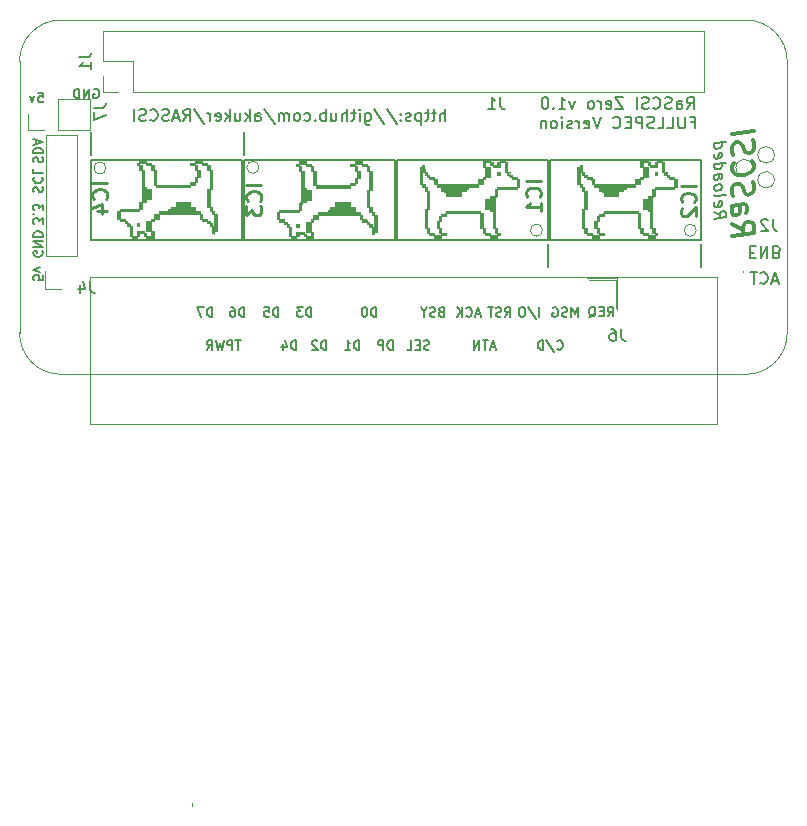
<source format=gbr>
%TF.GenerationSoftware,KiCad,Pcbnew,(5.1.9-16-g1737927814)-1*%
%TF.CreationDate,2021-11-14T21:42:26-06:00*%
%TF.ProjectId,rascsi_zero,72617363-7369-45f7-9a65-726f2e6b6963,rev?*%
%TF.SameCoordinates,PX59d60c0PY325aa00*%
%TF.FileFunction,Legend,Bot*%
%TF.FilePolarity,Positive*%
%FSLAX46Y46*%
G04 Gerber Fmt 4.6, Leading zero omitted, Abs format (unit mm)*
G04 Created by KiCad (PCBNEW (5.1.9-16-g1737927814)-1) date 2021-11-14 21:42:26*
%MOMM*%
%LPD*%
G01*
G04 APERTURE LIST*
%ADD10C,0.150000*%
%ADD11C,0.120000*%
%ADD12C,0.375000*%
%TA.AperFunction,Profile*%
%ADD13C,0.050000*%
%TD*%
%ADD14C,0.100000*%
%ADD15C,0.200000*%
%ADD16C,0.010000*%
%ADD17C,0.254000*%
G04 APERTURE END LIST*
D10*
X124302095Y-14833904D02*
X124302095Y-14033904D01*
X123349714Y-13995809D02*
X124035428Y-15024380D01*
X122930666Y-14033904D02*
X122778285Y-14033904D01*
X122702095Y-14072000D01*
X122625904Y-14148190D01*
X122587809Y-14300571D01*
X122587809Y-14567238D01*
X122625904Y-14719619D01*
X122702095Y-14795809D01*
X122778285Y-14833904D01*
X122930666Y-14833904D01*
X123006857Y-14795809D01*
X123083047Y-14719619D01*
X123121142Y-14567238D01*
X123121142Y-14300571D01*
X123083047Y-14148190D01*
X123006857Y-14072000D01*
X122930666Y-14033904D01*
X121403095Y-14833904D02*
X121669761Y-14452952D01*
X121860238Y-14833904D02*
X121860238Y-14033904D01*
X121555476Y-14033904D01*
X121479285Y-14072000D01*
X121441190Y-14110095D01*
X121403095Y-14186285D01*
X121403095Y-14300571D01*
X121441190Y-14376761D01*
X121479285Y-14414857D01*
X121555476Y-14452952D01*
X121860238Y-14452952D01*
X121098333Y-14795809D02*
X120984047Y-14833904D01*
X120793571Y-14833904D01*
X120717380Y-14795809D01*
X120679285Y-14757714D01*
X120641190Y-14681523D01*
X120641190Y-14605333D01*
X120679285Y-14529142D01*
X120717380Y-14491047D01*
X120793571Y-14452952D01*
X120945952Y-14414857D01*
X121022142Y-14376761D01*
X121060238Y-14338666D01*
X121098333Y-14262476D01*
X121098333Y-14186285D01*
X121060238Y-14110095D01*
X121022142Y-14072000D01*
X120945952Y-14033904D01*
X120755476Y-14033904D01*
X120641190Y-14072000D01*
X120412619Y-14033904D02*
X119955476Y-14033904D01*
X120184047Y-14833904D02*
X120184047Y-14033904D01*
X114980285Y-17589809D02*
X114866000Y-17627904D01*
X114675523Y-17627904D01*
X114599333Y-17589809D01*
X114561238Y-17551714D01*
X114523142Y-17475523D01*
X114523142Y-17399333D01*
X114561238Y-17323142D01*
X114599333Y-17285047D01*
X114675523Y-17246952D01*
X114827904Y-17208857D01*
X114904095Y-17170761D01*
X114942190Y-17132666D01*
X114980285Y-17056476D01*
X114980285Y-16980285D01*
X114942190Y-16904095D01*
X114904095Y-16866000D01*
X114827904Y-16827904D01*
X114637428Y-16827904D01*
X114523142Y-16866000D01*
X114180285Y-17208857D02*
X113913619Y-17208857D01*
X113799333Y-17627904D02*
X114180285Y-17627904D01*
X114180285Y-16827904D01*
X113799333Y-16827904D01*
X113075523Y-17627904D02*
X113456476Y-17627904D01*
X113456476Y-16827904D01*
X110506476Y-14833904D02*
X110506476Y-14033904D01*
X110316000Y-14033904D01*
X110201714Y-14072000D01*
X110125523Y-14148190D01*
X110087428Y-14224380D01*
X110049333Y-14376761D01*
X110049333Y-14491047D01*
X110087428Y-14643428D01*
X110125523Y-14719619D01*
X110201714Y-14795809D01*
X110316000Y-14833904D01*
X110506476Y-14833904D01*
X109554095Y-14033904D02*
X109477904Y-14033904D01*
X109401714Y-14072000D01*
X109363619Y-14110095D01*
X109325523Y-14186285D01*
X109287428Y-14338666D01*
X109287428Y-14529142D01*
X109325523Y-14681523D01*
X109363619Y-14757714D01*
X109401714Y-14795809D01*
X109477904Y-14833904D01*
X109554095Y-14833904D01*
X109630285Y-14795809D01*
X109668380Y-14757714D01*
X109706476Y-14681523D01*
X109744571Y-14529142D01*
X109744571Y-14338666D01*
X109706476Y-14186285D01*
X109668380Y-14110095D01*
X109630285Y-14072000D01*
X109554095Y-14033904D01*
X102210476Y-14833904D02*
X102210476Y-14033904D01*
X102020000Y-14033904D01*
X101905714Y-14072000D01*
X101829523Y-14148190D01*
X101791428Y-14224380D01*
X101753333Y-14376761D01*
X101753333Y-14491047D01*
X101791428Y-14643428D01*
X101829523Y-14719619D01*
X101905714Y-14795809D01*
X102020000Y-14833904D01*
X102210476Y-14833904D01*
X101029523Y-14033904D02*
X101410476Y-14033904D01*
X101448571Y-14414857D01*
X101410476Y-14376761D01*
X101334285Y-14338666D01*
X101143809Y-14338666D01*
X101067619Y-14376761D01*
X101029523Y-14414857D01*
X100991428Y-14491047D01*
X100991428Y-14681523D01*
X101029523Y-14757714D01*
X101067619Y-14795809D01*
X101143809Y-14833904D01*
X101334285Y-14833904D01*
X101410476Y-14795809D01*
X101448571Y-14757714D01*
X116002666Y-14414857D02*
X115888380Y-14452952D01*
X115850285Y-14491047D01*
X115812190Y-14567238D01*
X115812190Y-14681523D01*
X115850285Y-14757714D01*
X115888380Y-14795809D01*
X115964571Y-14833904D01*
X116269333Y-14833904D01*
X116269333Y-14033904D01*
X116002666Y-14033904D01*
X115926476Y-14072000D01*
X115888380Y-14110095D01*
X115850285Y-14186285D01*
X115850285Y-14262476D01*
X115888380Y-14338666D01*
X115926476Y-14376761D01*
X116002666Y-14414857D01*
X116269333Y-14414857D01*
X115507428Y-14795809D02*
X115393142Y-14833904D01*
X115202666Y-14833904D01*
X115126476Y-14795809D01*
X115088380Y-14757714D01*
X115050285Y-14681523D01*
X115050285Y-14605333D01*
X115088380Y-14529142D01*
X115126476Y-14491047D01*
X115202666Y-14452952D01*
X115355047Y-14414857D01*
X115431238Y-14376761D01*
X115469333Y-14338666D01*
X115507428Y-14262476D01*
X115507428Y-14186285D01*
X115469333Y-14110095D01*
X115431238Y-14072000D01*
X115355047Y-14033904D01*
X115164571Y-14033904D01*
X115050285Y-14072000D01*
X114555047Y-14452952D02*
X114555047Y-14833904D01*
X114821714Y-14033904D02*
X114555047Y-14452952D01*
X114288380Y-14033904D01*
X99330476Y-14833904D02*
X99330476Y-14033904D01*
X99140000Y-14033904D01*
X99025714Y-14072000D01*
X98949523Y-14148190D01*
X98911428Y-14224380D01*
X98873333Y-14376761D01*
X98873333Y-14491047D01*
X98911428Y-14643428D01*
X98949523Y-14719619D01*
X99025714Y-14795809D01*
X99140000Y-14833904D01*
X99330476Y-14833904D01*
X98187619Y-14033904D02*
X98340000Y-14033904D01*
X98416190Y-14072000D01*
X98454285Y-14110095D01*
X98530476Y-14224380D01*
X98568571Y-14376761D01*
X98568571Y-14681523D01*
X98530476Y-14757714D01*
X98492380Y-14795809D01*
X98416190Y-14833904D01*
X98263809Y-14833904D01*
X98187619Y-14795809D01*
X98149523Y-14757714D01*
X98111428Y-14681523D01*
X98111428Y-14491047D01*
X98149523Y-14414857D01*
X98187619Y-14376761D01*
X98263809Y-14338666D01*
X98416190Y-14338666D01*
X98492380Y-14376761D01*
X98530476Y-14414857D01*
X98568571Y-14491047D01*
X109068476Y-17627904D02*
X109068476Y-16827904D01*
X108878000Y-16827904D01*
X108763714Y-16866000D01*
X108687523Y-16942190D01*
X108649428Y-17018380D01*
X108611333Y-17170761D01*
X108611333Y-17285047D01*
X108649428Y-17437428D01*
X108687523Y-17513619D01*
X108763714Y-17589809D01*
X108878000Y-17627904D01*
X109068476Y-17627904D01*
X107849428Y-17627904D02*
X108306571Y-17627904D01*
X108078000Y-17627904D02*
X108078000Y-16827904D01*
X108154190Y-16942190D01*
X108230380Y-17018380D01*
X108306571Y-17056476D01*
X103734476Y-17627904D02*
X103734476Y-16827904D01*
X103544000Y-16827904D01*
X103429714Y-16866000D01*
X103353523Y-16942190D01*
X103315428Y-17018380D01*
X103277333Y-17170761D01*
X103277333Y-17285047D01*
X103315428Y-17437428D01*
X103353523Y-17513619D01*
X103429714Y-17589809D01*
X103544000Y-17627904D01*
X103734476Y-17627904D01*
X102591619Y-17094571D02*
X102591619Y-17627904D01*
X102782095Y-16789809D02*
X102972571Y-17361238D01*
X102477333Y-17361238D01*
X106274476Y-17627904D02*
X106274476Y-16827904D01*
X106084000Y-16827904D01*
X105969714Y-16866000D01*
X105893523Y-16942190D01*
X105855428Y-17018380D01*
X105817333Y-17170761D01*
X105817333Y-17285047D01*
X105855428Y-17437428D01*
X105893523Y-17513619D01*
X105969714Y-17589809D01*
X106084000Y-17627904D01*
X106274476Y-17627904D01*
X105512571Y-16904095D02*
X105474476Y-16866000D01*
X105398285Y-16827904D01*
X105207809Y-16827904D01*
X105131619Y-16866000D01*
X105093523Y-16904095D01*
X105055428Y-16980285D01*
X105055428Y-17056476D01*
X105093523Y-17170761D01*
X105550666Y-17627904D01*
X105055428Y-17627904D01*
X127559619Y-14833904D02*
X127559619Y-14033904D01*
X127292952Y-14605333D01*
X127026285Y-14033904D01*
X127026285Y-14833904D01*
X126683428Y-14795809D02*
X126569142Y-14833904D01*
X126378666Y-14833904D01*
X126302476Y-14795809D01*
X126264380Y-14757714D01*
X126226285Y-14681523D01*
X126226285Y-14605333D01*
X126264380Y-14529142D01*
X126302476Y-14491047D01*
X126378666Y-14452952D01*
X126531047Y-14414857D01*
X126607238Y-14376761D01*
X126645333Y-14338666D01*
X126683428Y-14262476D01*
X126683428Y-14186285D01*
X126645333Y-14110095D01*
X126607238Y-14072000D01*
X126531047Y-14033904D01*
X126340571Y-14033904D01*
X126226285Y-14072000D01*
X125464380Y-14072000D02*
X125540571Y-14033904D01*
X125654857Y-14033904D01*
X125769142Y-14072000D01*
X125845333Y-14148190D01*
X125883428Y-14224380D01*
X125921523Y-14376761D01*
X125921523Y-14491047D01*
X125883428Y-14643428D01*
X125845333Y-14719619D01*
X125769142Y-14795809D01*
X125654857Y-14833904D01*
X125578666Y-14833904D01*
X125464380Y-14795809D01*
X125426285Y-14757714D01*
X125426285Y-14491047D01*
X125578666Y-14491047D01*
X99041714Y-16827904D02*
X98584571Y-16827904D01*
X98813142Y-17627904D02*
X98813142Y-16827904D01*
X98317904Y-17627904D02*
X98317904Y-16827904D01*
X98013142Y-16827904D01*
X97936952Y-16866000D01*
X97898857Y-16904095D01*
X97860761Y-16980285D01*
X97860761Y-17094571D01*
X97898857Y-17170761D01*
X97936952Y-17208857D01*
X98013142Y-17246952D01*
X98317904Y-17246952D01*
X97594095Y-16827904D02*
X97403619Y-17627904D01*
X97251238Y-17056476D01*
X97098857Y-17627904D01*
X96908380Y-16827904D01*
X96146476Y-17627904D02*
X96413142Y-17246952D01*
X96603619Y-17627904D02*
X96603619Y-16827904D01*
X96298857Y-16827904D01*
X96222666Y-16866000D01*
X96184571Y-16904095D01*
X96146476Y-16980285D01*
X96146476Y-17094571D01*
X96184571Y-17170761D01*
X96222666Y-17208857D01*
X96298857Y-17246952D01*
X96603619Y-17246952D01*
X105004476Y-14833904D02*
X105004476Y-14033904D01*
X104814000Y-14033904D01*
X104699714Y-14072000D01*
X104623523Y-14148190D01*
X104585428Y-14224380D01*
X104547333Y-14376761D01*
X104547333Y-14491047D01*
X104585428Y-14643428D01*
X104623523Y-14719619D01*
X104699714Y-14795809D01*
X104814000Y-14833904D01*
X105004476Y-14833904D01*
X104280666Y-14033904D02*
X103785428Y-14033904D01*
X104052095Y-14338666D01*
X103937809Y-14338666D01*
X103861619Y-14376761D01*
X103823523Y-14414857D01*
X103785428Y-14491047D01*
X103785428Y-14681523D01*
X103823523Y-14757714D01*
X103861619Y-14795809D01*
X103937809Y-14833904D01*
X104166380Y-14833904D01*
X104242571Y-14795809D01*
X104280666Y-14757714D01*
X125813428Y-17551714D02*
X125851523Y-17589809D01*
X125965809Y-17627904D01*
X126042000Y-17627904D01*
X126156285Y-17589809D01*
X126232476Y-17513619D01*
X126270571Y-17437428D01*
X126308666Y-17285047D01*
X126308666Y-17170761D01*
X126270571Y-17018380D01*
X126232476Y-16942190D01*
X126156285Y-16866000D01*
X126042000Y-16827904D01*
X125965809Y-16827904D01*
X125851523Y-16866000D01*
X125813428Y-16904095D01*
X124899142Y-16789809D02*
X125584857Y-17818380D01*
X124632476Y-17627904D02*
X124632476Y-16827904D01*
X124442000Y-16827904D01*
X124327714Y-16866000D01*
X124251523Y-16942190D01*
X124213428Y-17018380D01*
X124175333Y-17170761D01*
X124175333Y-17285047D01*
X124213428Y-17437428D01*
X124251523Y-17513619D01*
X124327714Y-17589809D01*
X124442000Y-17627904D01*
X124632476Y-17627904D01*
X119288476Y-14608429D02*
X118907523Y-14608429D01*
X119364666Y-14837000D02*
X119098000Y-14037000D01*
X118831333Y-14837000D01*
X118107523Y-14760810D02*
X118145619Y-14798905D01*
X118259904Y-14837000D01*
X118336095Y-14837000D01*
X118450380Y-14798905D01*
X118526571Y-14722715D01*
X118564666Y-14646524D01*
X118602761Y-14494143D01*
X118602761Y-14379857D01*
X118564666Y-14227476D01*
X118526571Y-14151286D01*
X118450380Y-14075096D01*
X118336095Y-14037000D01*
X118259904Y-14037000D01*
X118145619Y-14075096D01*
X118107523Y-14113191D01*
X117764666Y-14837000D02*
X117764666Y-14037000D01*
X117307523Y-14837000D02*
X117650380Y-14379857D01*
X117307523Y-14037000D02*
X117764666Y-14494143D01*
X120568285Y-17399333D02*
X120187333Y-17399333D01*
X120644476Y-17627904D02*
X120377809Y-16827904D01*
X120111142Y-17627904D01*
X119958761Y-16827904D02*
X119501619Y-16827904D01*
X119730190Y-17627904D02*
X119730190Y-16827904D01*
X119234952Y-17627904D02*
X119234952Y-16827904D01*
X118777809Y-17627904D01*
X118777809Y-16827904D01*
X111881523Y-17627904D02*
X111881523Y-16827904D01*
X111691047Y-16827904D01*
X111576761Y-16866000D01*
X111500571Y-16942190D01*
X111462476Y-17018380D01*
X111424380Y-17170761D01*
X111424380Y-17285047D01*
X111462476Y-17437428D01*
X111500571Y-17513619D01*
X111576761Y-17589809D01*
X111691047Y-17627904D01*
X111881523Y-17627904D01*
X111081523Y-17627904D02*
X111081523Y-16827904D01*
X110776761Y-16827904D01*
X110700571Y-16866000D01*
X110662476Y-16904095D01*
X110624380Y-16980285D01*
X110624380Y-17094571D01*
X110662476Y-17170761D01*
X110700571Y-17208857D01*
X110776761Y-17246952D01*
X111081523Y-17246952D01*
X96622476Y-14833904D02*
X96622476Y-14033904D01*
X96432000Y-14033904D01*
X96317714Y-14072000D01*
X96241523Y-14148190D01*
X96203428Y-14224380D01*
X96165333Y-14376761D01*
X96165333Y-14491047D01*
X96203428Y-14643428D01*
X96241523Y-14719619D01*
X96317714Y-14795809D01*
X96432000Y-14833904D01*
X96622476Y-14833904D01*
X95898666Y-14033904D02*
X95365333Y-14033904D01*
X95708190Y-14833904D01*
X130093333Y-14798904D02*
X130360000Y-14417952D01*
X130550476Y-14798904D02*
X130550476Y-13998904D01*
X130245714Y-13998904D01*
X130169523Y-14037000D01*
X130131428Y-14075095D01*
X130093333Y-14151285D01*
X130093333Y-14265571D01*
X130131428Y-14341761D01*
X130169523Y-14379857D01*
X130245714Y-14417952D01*
X130550476Y-14417952D01*
X129750476Y-14379857D02*
X129483809Y-14379857D01*
X129369523Y-14798904D02*
X129750476Y-14798904D01*
X129750476Y-13998904D01*
X129369523Y-13998904D01*
X128493333Y-14875095D02*
X128569523Y-14837000D01*
X128645714Y-14760809D01*
X128760000Y-14646523D01*
X128836190Y-14608428D01*
X128912380Y-14608428D01*
X128874285Y-14798904D02*
X128950476Y-14760809D01*
X129026666Y-14684619D01*
X129064761Y-14532238D01*
X129064761Y-14265571D01*
X129026666Y-14113190D01*
X128950476Y-14037000D01*
X128874285Y-13998904D01*
X128721904Y-13998904D01*
X128645714Y-14037000D01*
X128569523Y-14113190D01*
X128531428Y-14265571D01*
X128531428Y-14532238D01*
X128569523Y-14684619D01*
X128645714Y-14760809D01*
X128721904Y-14798904D01*
X128874285Y-14798904D01*
D11*
X82584000Y539500D02*
X82584000Y-9684000D01*
X85187500Y539500D02*
X82584000Y539500D01*
X85187500Y-9684000D02*
X85187500Y539500D01*
X82584000Y-9684000D02*
X85187500Y-9684000D01*
X81060000Y984000D02*
X81060000Y2317500D01*
X82393500Y984000D02*
X81060000Y984000D01*
X83600000Y3587500D02*
X83600000Y984000D01*
X86267000Y3587500D02*
X83600000Y3587500D01*
X86267000Y984000D02*
X86267000Y3587500D01*
X83663500Y984000D02*
X86267000Y984000D01*
D10*
X86612380Y2883334D02*
X87326666Y2883334D01*
X87469523Y2930953D01*
X87564761Y3026191D01*
X87612380Y3169048D01*
X87612380Y3264286D01*
X86612380Y2502381D02*
X86612380Y1835715D01*
X87612380Y2264286D01*
X86305333Y-11819380D02*
X86305333Y-12533666D01*
X86352952Y-12676523D01*
X86448190Y-12771761D01*
X86591047Y-12819380D01*
X86686285Y-12819380D01*
X85400571Y-12152714D02*
X85400571Y-12819380D01*
X85638666Y-11771761D02*
X85876761Y-12486047D01*
X85257714Y-12486047D01*
X120993333Y3747620D02*
X120993333Y3033334D01*
X121040952Y2890477D01*
X121136190Y2795239D01*
X121279047Y2747620D01*
X121374285Y2747620D01*
X119993333Y2747620D02*
X120564761Y2747620D01*
X120279047Y2747620D02*
X120279047Y3747620D01*
X120374285Y3604762D01*
X120469523Y3509524D01*
X120564761Y3461905D01*
X142137904Y-9390428D02*
X142471238Y-9390428D01*
X142614095Y-8866619D02*
X142137904Y-8866619D01*
X142137904Y-9866619D01*
X142614095Y-9866619D01*
X143042666Y-8866619D02*
X143042666Y-9866619D01*
X143614095Y-8866619D01*
X143614095Y-9866619D01*
X144423619Y-9390428D02*
X144566476Y-9342809D01*
X144614095Y-9295190D01*
X144661714Y-9199952D01*
X144661714Y-9057095D01*
X144614095Y-8961857D01*
X144566476Y-8914238D01*
X144471238Y-8866619D01*
X144090285Y-8866619D01*
X144090285Y-9866619D01*
X144423619Y-9866619D01*
X144518857Y-9819000D01*
X144566476Y-9771380D01*
X144614095Y-9676142D01*
X144614095Y-9580904D01*
X144566476Y-9485666D01*
X144518857Y-9438047D01*
X144423619Y-9390428D01*
X144090285Y-9390428D01*
X144495047Y-11771666D02*
X144018857Y-11771666D01*
X144590285Y-12057380D02*
X144256952Y-11057380D01*
X143923619Y-12057380D01*
X143018857Y-11962142D02*
X143066476Y-12009761D01*
X143209333Y-12057380D01*
X143304571Y-12057380D01*
X143447428Y-12009761D01*
X143542666Y-11914523D01*
X143590285Y-11819285D01*
X143637904Y-11628809D01*
X143637904Y-11485952D01*
X143590285Y-11295476D01*
X143542666Y-11200238D01*
X143447428Y-11105000D01*
X143304571Y-11057380D01*
X143209333Y-11057380D01*
X143066476Y-11105000D01*
X143018857Y-11152619D01*
X142733142Y-11057380D02*
X142161714Y-11057380D01*
X142447428Y-12057380D02*
X142447428Y-11057380D01*
X131243333Y-15852380D02*
X131243333Y-16566666D01*
X131290952Y-16709523D01*
X131386190Y-16804761D01*
X131529047Y-16852380D01*
X131624285Y-16852380D01*
X130338571Y-15852380D02*
X130529047Y-15852380D01*
X130624285Y-15900000D01*
X130671904Y-15947619D01*
X130767142Y-16090476D01*
X130814761Y-16280952D01*
X130814761Y-16661904D01*
X130767142Y-16757142D01*
X130719523Y-16804761D01*
X130624285Y-16852380D01*
X130433809Y-16852380D01*
X130338571Y-16804761D01*
X130290952Y-16757142D01*
X130243333Y-16661904D01*
X130243333Y-16423809D01*
X130290952Y-16328571D01*
X130338571Y-16280952D01*
X130433809Y-16233333D01*
X130624285Y-16233333D01*
X130719523Y-16280952D01*
X130767142Y-16328571D01*
X130814761Y-16423809D01*
D12*
X140656714Y-6965504D02*
X141513857Y-7458361D01*
X140656714Y-7994075D02*
X142456714Y-7769075D01*
X142456714Y-7083361D01*
X142371000Y-6922647D01*
X142285285Y-6847647D01*
X142113857Y-6783361D01*
X141856714Y-6815504D01*
X141685285Y-6922647D01*
X141599571Y-7019075D01*
X141513857Y-7201218D01*
X141513857Y-7886933D01*
X140656714Y-5422647D02*
X141599571Y-5304790D01*
X141771000Y-5369075D01*
X141856714Y-5529790D01*
X141856714Y-5872647D01*
X141771000Y-6054790D01*
X140742428Y-5411933D02*
X140656714Y-5594075D01*
X140656714Y-6022647D01*
X140742428Y-6183361D01*
X140913857Y-6247647D01*
X141085285Y-6226218D01*
X141256714Y-6119075D01*
X141342428Y-5936933D01*
X141342428Y-5508361D01*
X141428142Y-5326218D01*
X140742428Y-4640504D02*
X140656714Y-4394075D01*
X140656714Y-3965504D01*
X140742428Y-3783361D01*
X140828142Y-3686933D01*
X140999571Y-3579790D01*
X141171000Y-3558361D01*
X141342428Y-3622647D01*
X141428142Y-3697647D01*
X141513857Y-3858361D01*
X141599571Y-4190504D01*
X141685285Y-4351218D01*
X141771000Y-4426218D01*
X141942428Y-4490504D01*
X142113857Y-4469075D01*
X142285285Y-4361933D01*
X142371000Y-4265504D01*
X142456714Y-4083361D01*
X142456714Y-3654790D01*
X142371000Y-3408361D01*
X140828142Y-1801218D02*
X140742428Y-1897647D01*
X140656714Y-2165504D01*
X140656714Y-2336933D01*
X140742428Y-2583361D01*
X140913857Y-2733361D01*
X141085285Y-2797647D01*
X141428142Y-2840504D01*
X141685285Y-2808361D01*
X142028142Y-2679790D01*
X142199571Y-2572647D01*
X142371000Y-2379790D01*
X142456714Y-2111933D01*
X142456714Y-1940504D01*
X142371000Y-1694075D01*
X142285285Y-1619075D01*
X140742428Y-1126218D02*
X140656714Y-879790D01*
X140656714Y-451218D01*
X140742428Y-269075D01*
X140828142Y-172647D01*
X140999571Y-65504D01*
X141171000Y-44075D01*
X141342428Y-108361D01*
X141428142Y-183361D01*
X141513857Y-344075D01*
X141599571Y-676218D01*
X141685285Y-836933D01*
X141771000Y-911933D01*
X141942428Y-976218D01*
X142113857Y-954790D01*
X142285285Y-847647D01*
X142371000Y-751218D01*
X142456714Y-569075D01*
X142456714Y-140504D01*
X142371000Y105925D01*
X140656714Y663067D02*
X142456714Y888067D01*
D10*
X139113619Y-5942032D02*
X139589809Y-6215842D01*
X139113619Y-6513461D02*
X140113619Y-6388461D01*
X140113619Y-6007508D01*
X140066000Y-5918223D01*
X140018380Y-5876556D01*
X139923142Y-5840842D01*
X139780285Y-5858699D01*
X139685047Y-5918223D01*
X139637428Y-5971794D01*
X139589809Y-6072985D01*
X139589809Y-6453937D01*
X139161238Y-5126556D02*
X139113619Y-5227747D01*
X139113619Y-5418223D01*
X139161238Y-5507508D01*
X139256476Y-5543223D01*
X139637428Y-5495604D01*
X139732666Y-5436080D01*
X139780285Y-5334889D01*
X139780285Y-5144413D01*
X139732666Y-5055127D01*
X139637428Y-5019413D01*
X139542190Y-5031318D01*
X139446952Y-5519413D01*
X139113619Y-4513461D02*
X139161238Y-4602747D01*
X139256476Y-4638461D01*
X140113619Y-4531318D01*
X139113619Y-3989651D02*
X139161238Y-4078937D01*
X139208857Y-4120604D01*
X139304095Y-4156318D01*
X139589809Y-4120604D01*
X139685047Y-4061080D01*
X139732666Y-4007508D01*
X139780285Y-3906318D01*
X139780285Y-3763461D01*
X139732666Y-3674175D01*
X139685047Y-3632508D01*
X139589809Y-3596794D01*
X139304095Y-3632508D01*
X139208857Y-3692032D01*
X139161238Y-3745604D01*
X139113619Y-3846794D01*
X139113619Y-3989651D01*
X139113619Y-2799175D02*
X139637428Y-2733699D01*
X139732666Y-2769413D01*
X139780285Y-2858699D01*
X139780285Y-3049175D01*
X139732666Y-3150366D01*
X139161238Y-2793223D02*
X139113619Y-2894413D01*
X139113619Y-3132508D01*
X139161238Y-3221794D01*
X139256476Y-3257508D01*
X139351714Y-3245604D01*
X139446952Y-3186080D01*
X139494571Y-3084889D01*
X139494571Y-2846794D01*
X139542190Y-2745604D01*
X139113619Y-1894413D02*
X140113619Y-1769413D01*
X139161238Y-1888461D02*
X139113619Y-1989651D01*
X139113619Y-2180127D01*
X139161238Y-2269413D01*
X139208857Y-2311080D01*
X139304095Y-2346794D01*
X139589809Y-2311080D01*
X139685047Y-2251556D01*
X139732666Y-2197985D01*
X139780285Y-2096794D01*
X139780285Y-1906318D01*
X139732666Y-1817032D01*
X139161238Y-1031318D02*
X139113619Y-1132508D01*
X139113619Y-1322985D01*
X139161238Y-1412270D01*
X139256476Y-1447985D01*
X139637428Y-1400366D01*
X139732666Y-1340842D01*
X139780285Y-1239651D01*
X139780285Y-1049175D01*
X139732666Y-959889D01*
X139637428Y-924175D01*
X139542190Y-936080D01*
X139446952Y-1424175D01*
X139113619Y-132508D02*
X140113619Y-7508D01*
X139161238Y-126556D02*
X139113619Y-227747D01*
X139113619Y-418223D01*
X139161238Y-507508D01*
X139208857Y-549175D01*
X139304095Y-584889D01*
X139589809Y-549175D01*
X139685047Y-489651D01*
X139732666Y-436080D01*
X139780285Y-334889D01*
X139780285Y-144413D01*
X139732666Y-55127D01*
D11*
X87618953Y-2231500D02*
G75*
G03*
X87618953Y-2231500I-511953J0D01*
G01*
X100572953Y-2168000D02*
G75*
G03*
X100572953Y-2168000I-511953J0D01*
G01*
D10*
X116326666Y1747620D02*
X116326666Y2747620D01*
X115898095Y1747620D02*
X115898095Y2271429D01*
X115945714Y2366667D01*
X116040952Y2414286D01*
X116183809Y2414286D01*
X116279047Y2366667D01*
X116326666Y2319048D01*
X115564761Y2414286D02*
X115183809Y2414286D01*
X115421904Y2747620D02*
X115421904Y1890477D01*
X115374285Y1795239D01*
X115279047Y1747620D01*
X115183809Y1747620D01*
X114993333Y2414286D02*
X114612380Y2414286D01*
X114850476Y2747620D02*
X114850476Y1890477D01*
X114802857Y1795239D01*
X114707619Y1747620D01*
X114612380Y1747620D01*
X114279047Y2414286D02*
X114279047Y1414286D01*
X114279047Y2366667D02*
X114183809Y2414286D01*
X113993333Y2414286D01*
X113898095Y2366667D01*
X113850476Y2319048D01*
X113802857Y2223810D01*
X113802857Y1938096D01*
X113850476Y1842858D01*
X113898095Y1795239D01*
X113993333Y1747620D01*
X114183809Y1747620D01*
X114279047Y1795239D01*
X113421904Y1795239D02*
X113326666Y1747620D01*
X113136190Y1747620D01*
X113040952Y1795239D01*
X112993333Y1890477D01*
X112993333Y1938096D01*
X113040952Y2033334D01*
X113136190Y2080953D01*
X113279047Y2080953D01*
X113374285Y2128572D01*
X113421904Y2223810D01*
X113421904Y2271429D01*
X113374285Y2366667D01*
X113279047Y2414286D01*
X113136190Y2414286D01*
X113040952Y2366667D01*
X112564761Y1842858D02*
X112517142Y1795239D01*
X112564761Y1747620D01*
X112612380Y1795239D01*
X112564761Y1842858D01*
X112564761Y1747620D01*
X112564761Y2366667D02*
X112517142Y2319048D01*
X112564761Y2271429D01*
X112612380Y2319048D01*
X112564761Y2366667D01*
X112564761Y2271429D01*
X111374285Y2795239D02*
X112231428Y1509524D01*
X110326666Y2795239D02*
X111183809Y1509524D01*
X109564761Y2414286D02*
X109564761Y1604762D01*
X109612380Y1509524D01*
X109660000Y1461905D01*
X109755238Y1414286D01*
X109898095Y1414286D01*
X109993333Y1461905D01*
X109564761Y1795239D02*
X109660000Y1747620D01*
X109850476Y1747620D01*
X109945714Y1795239D01*
X109993333Y1842858D01*
X110040952Y1938096D01*
X110040952Y2223810D01*
X109993333Y2319048D01*
X109945714Y2366667D01*
X109850476Y2414286D01*
X109660000Y2414286D01*
X109564761Y2366667D01*
X109088571Y1747620D02*
X109088571Y2414286D01*
X109088571Y2747620D02*
X109136190Y2700000D01*
X109088571Y2652381D01*
X109040952Y2700000D01*
X109088571Y2747620D01*
X109088571Y2652381D01*
X108755238Y2414286D02*
X108374285Y2414286D01*
X108612380Y2747620D02*
X108612380Y1890477D01*
X108564761Y1795239D01*
X108469523Y1747620D01*
X108374285Y1747620D01*
X108040952Y1747620D02*
X108040952Y2747620D01*
X107612380Y1747620D02*
X107612380Y2271429D01*
X107660000Y2366667D01*
X107755238Y2414286D01*
X107898095Y2414286D01*
X107993333Y2366667D01*
X108040952Y2319048D01*
X106707619Y2414286D02*
X106707619Y1747620D01*
X107136190Y2414286D02*
X107136190Y1890477D01*
X107088571Y1795239D01*
X106993333Y1747620D01*
X106850476Y1747620D01*
X106755238Y1795239D01*
X106707619Y1842858D01*
X106231428Y1747620D02*
X106231428Y2747620D01*
X106231428Y2366667D02*
X106136190Y2414286D01*
X105945714Y2414286D01*
X105850476Y2366667D01*
X105802857Y2319048D01*
X105755238Y2223810D01*
X105755238Y1938096D01*
X105802857Y1842858D01*
X105850476Y1795239D01*
X105945714Y1747620D01*
X106136190Y1747620D01*
X106231428Y1795239D01*
X105326666Y1842858D02*
X105279047Y1795239D01*
X105326666Y1747620D01*
X105374285Y1795239D01*
X105326666Y1842858D01*
X105326666Y1747620D01*
X104421904Y1795239D02*
X104517142Y1747620D01*
X104707619Y1747620D01*
X104802857Y1795239D01*
X104850476Y1842858D01*
X104898095Y1938096D01*
X104898095Y2223810D01*
X104850476Y2319048D01*
X104802857Y2366667D01*
X104707619Y2414286D01*
X104517142Y2414286D01*
X104421904Y2366667D01*
X103850476Y1747620D02*
X103945714Y1795239D01*
X103993333Y1842858D01*
X104040952Y1938096D01*
X104040952Y2223810D01*
X103993333Y2319048D01*
X103945714Y2366667D01*
X103850476Y2414286D01*
X103707619Y2414286D01*
X103612380Y2366667D01*
X103564761Y2319048D01*
X103517142Y2223810D01*
X103517142Y1938096D01*
X103564761Y1842858D01*
X103612380Y1795239D01*
X103707619Y1747620D01*
X103850476Y1747620D01*
X103088571Y1747620D02*
X103088571Y2414286D01*
X103088571Y2319048D02*
X103040952Y2366667D01*
X102945714Y2414286D01*
X102802857Y2414286D01*
X102707619Y2366667D01*
X102660000Y2271429D01*
X102660000Y1747620D01*
X102660000Y2271429D02*
X102612380Y2366667D01*
X102517142Y2414286D01*
X102374285Y2414286D01*
X102279047Y2366667D01*
X102231428Y2271429D01*
X102231428Y1747620D01*
X101040952Y2795239D02*
X101898095Y1509524D01*
X100279047Y1747620D02*
X100279047Y2271429D01*
X100326666Y2366667D01*
X100421904Y2414286D01*
X100612380Y2414286D01*
X100707619Y2366667D01*
X100279047Y1795239D02*
X100374285Y1747620D01*
X100612380Y1747620D01*
X100707619Y1795239D01*
X100755238Y1890477D01*
X100755238Y1985715D01*
X100707619Y2080953D01*
X100612380Y2128572D01*
X100374285Y2128572D01*
X100279047Y2176191D01*
X99802857Y1747620D02*
X99802857Y2747620D01*
X99707619Y2128572D02*
X99421904Y1747620D01*
X99421904Y2414286D02*
X99802857Y2033334D01*
X98564761Y2414286D02*
X98564761Y1747620D01*
X98993333Y2414286D02*
X98993333Y1890477D01*
X98945714Y1795239D01*
X98850476Y1747620D01*
X98707619Y1747620D01*
X98612380Y1795239D01*
X98564761Y1842858D01*
X98088571Y1747620D02*
X98088571Y2747620D01*
X97993333Y2128572D02*
X97707619Y1747620D01*
X97707619Y2414286D02*
X98088571Y2033334D01*
X96898095Y1795239D02*
X96993333Y1747620D01*
X97183809Y1747620D01*
X97279047Y1795239D01*
X97326666Y1890477D01*
X97326666Y2271429D01*
X97279047Y2366667D01*
X97183809Y2414286D01*
X96993333Y2414286D01*
X96898095Y2366667D01*
X96850476Y2271429D01*
X96850476Y2176191D01*
X97326666Y2080953D01*
X96421904Y1747620D02*
X96421904Y2414286D01*
X96421904Y2223810D02*
X96374285Y2319048D01*
X96326666Y2366667D01*
X96231428Y2414286D01*
X96136190Y2414286D01*
X95088571Y2795239D02*
X95945714Y1509524D01*
X94183809Y1747620D02*
X94517142Y2223810D01*
X94755238Y1747620D02*
X94755238Y2747620D01*
X94374285Y2747620D01*
X94279047Y2700000D01*
X94231428Y2652381D01*
X94183809Y2557143D01*
X94183809Y2414286D01*
X94231428Y2319048D01*
X94279047Y2271429D01*
X94374285Y2223810D01*
X94755238Y2223810D01*
X93802857Y2033334D02*
X93326666Y2033334D01*
X93898095Y1747620D02*
X93564761Y2747620D01*
X93231428Y1747620D01*
X92945714Y1795239D02*
X92802857Y1747620D01*
X92564761Y1747620D01*
X92469523Y1795239D01*
X92421904Y1842858D01*
X92374285Y1938096D01*
X92374285Y2033334D01*
X92421904Y2128572D01*
X92469523Y2176191D01*
X92564761Y2223810D01*
X92755238Y2271429D01*
X92850476Y2319048D01*
X92898095Y2366667D01*
X92945714Y2461905D01*
X92945714Y2557143D01*
X92898095Y2652381D01*
X92850476Y2700000D01*
X92755238Y2747620D01*
X92517142Y2747620D01*
X92374285Y2700000D01*
X91374285Y1842858D02*
X91421904Y1795239D01*
X91564761Y1747620D01*
X91660000Y1747620D01*
X91802857Y1795239D01*
X91898095Y1890477D01*
X91945714Y1985715D01*
X91993333Y2176191D01*
X91993333Y2319048D01*
X91945714Y2509524D01*
X91898095Y2604762D01*
X91802857Y2700000D01*
X91660000Y2747620D01*
X91564761Y2747620D01*
X91421904Y2700000D01*
X91374285Y2652381D01*
X90993333Y1795239D02*
X90850476Y1747620D01*
X90612380Y1747620D01*
X90517142Y1795239D01*
X90469523Y1842858D01*
X90421904Y1938096D01*
X90421904Y2033334D01*
X90469523Y2128572D01*
X90517142Y2176191D01*
X90612380Y2223810D01*
X90802857Y2271429D01*
X90898095Y2319048D01*
X90945714Y2366667D01*
X90993333Y2461905D01*
X90993333Y2557143D01*
X90945714Y2652381D01*
X90898095Y2700000D01*
X90802857Y2747620D01*
X90564761Y2747620D01*
X90421904Y2700000D01*
X89993333Y1747620D02*
X89993333Y2747620D01*
D11*
X94943000Y-55963000D02*
X94879500Y-55963000D01*
X94879500Y-55963000D02*
X94879500Y-56217000D01*
X141556000Y-10927000D02*
X141556000Y-11054000D01*
X130783000Y-14106000D02*
X130783000Y-11693000D01*
X130783000Y-11693000D02*
X128497000Y-11693000D01*
X130910000Y-14233000D02*
X130910000Y-11566000D01*
X130910000Y-11566000D02*
X128370000Y-11566000D01*
X82457000Y-12478000D02*
X83854000Y-12478000D01*
X82457000Y-10954000D02*
X82457000Y-12478000D01*
D10*
X82260095Y-11322285D02*
X82260095Y-11703238D01*
X81879142Y-11741333D01*
X81917238Y-11703238D01*
X81955333Y-11627047D01*
X81955333Y-11436571D01*
X81917238Y-11360380D01*
X81879142Y-11322285D01*
X81802952Y-11284190D01*
X81612476Y-11284190D01*
X81536285Y-11322285D01*
X81498190Y-11360380D01*
X81460095Y-11436571D01*
X81460095Y-11627047D01*
X81498190Y-11703238D01*
X81536285Y-11741333D01*
X81993428Y-11017523D02*
X81460095Y-10827047D01*
X81993428Y-10636571D01*
X82222000Y-9277523D02*
X82260095Y-9353714D01*
X82260095Y-9468000D01*
X82222000Y-9582285D01*
X82145809Y-9658476D01*
X82069619Y-9696571D01*
X81917238Y-9734666D01*
X81802952Y-9734666D01*
X81650571Y-9696571D01*
X81574380Y-9658476D01*
X81498190Y-9582285D01*
X81460095Y-9468000D01*
X81460095Y-9391809D01*
X81498190Y-9277523D01*
X81536285Y-9239428D01*
X81802952Y-9239428D01*
X81802952Y-9391809D01*
X81460095Y-8896571D02*
X82260095Y-8896571D01*
X81460095Y-8439428D01*
X82260095Y-8439428D01*
X81460095Y-8058476D02*
X82260095Y-8058476D01*
X82260095Y-7868000D01*
X82222000Y-7753714D01*
X82145809Y-7677523D01*
X82069619Y-7639428D01*
X81917238Y-7601333D01*
X81802952Y-7601333D01*
X81650571Y-7639428D01*
X81574380Y-7677523D01*
X81498190Y-7753714D01*
X81460095Y-7868000D01*
X81460095Y-8058476D01*
X82260095Y-6966095D02*
X82260095Y-6470857D01*
X81955333Y-6737523D01*
X81955333Y-6623238D01*
X81917238Y-6547047D01*
X81879142Y-6508952D01*
X81802952Y-6470857D01*
X81612476Y-6470857D01*
X81536285Y-6508952D01*
X81498190Y-6547047D01*
X81460095Y-6623238D01*
X81460095Y-6851809D01*
X81498190Y-6928000D01*
X81536285Y-6966095D01*
X81536285Y-6128000D02*
X81498190Y-6089904D01*
X81460095Y-6128000D01*
X81498190Y-6166095D01*
X81536285Y-6128000D01*
X81460095Y-6128000D01*
X82260095Y-5823238D02*
X82260095Y-5328000D01*
X81955333Y-5594666D01*
X81955333Y-5480380D01*
X81917238Y-5404190D01*
X81879142Y-5366095D01*
X81802952Y-5328000D01*
X81612476Y-5328000D01*
X81536285Y-5366095D01*
X81498190Y-5404190D01*
X81460095Y-5480380D01*
X81460095Y-5708952D01*
X81498190Y-5785142D01*
X81536285Y-5823238D01*
X81498190Y-4286380D02*
X81460095Y-4172095D01*
X81460095Y-3981619D01*
X81498190Y-3905428D01*
X81536285Y-3867333D01*
X81612476Y-3829238D01*
X81688666Y-3829238D01*
X81764857Y-3867333D01*
X81802952Y-3905428D01*
X81841047Y-3981619D01*
X81879142Y-4134000D01*
X81917238Y-4210190D01*
X81955333Y-4248285D01*
X82031523Y-4286380D01*
X82107714Y-4286380D01*
X82183904Y-4248285D01*
X82222000Y-4210190D01*
X82260095Y-4134000D01*
X82260095Y-3943523D01*
X82222000Y-3829238D01*
X81536285Y-3029238D02*
X81498190Y-3067333D01*
X81460095Y-3181619D01*
X81460095Y-3257809D01*
X81498190Y-3372095D01*
X81574380Y-3448285D01*
X81650571Y-3486380D01*
X81802952Y-3524476D01*
X81917238Y-3524476D01*
X82069619Y-3486380D01*
X82145809Y-3448285D01*
X82222000Y-3372095D01*
X82260095Y-3257809D01*
X82260095Y-3181619D01*
X82222000Y-3067333D01*
X82183904Y-3029238D01*
X81460095Y-2305428D02*
X81460095Y-2686380D01*
X82260095Y-2686380D01*
X81498190Y-1765428D02*
X81460095Y-1651142D01*
X81460095Y-1460666D01*
X81498190Y-1384476D01*
X81536285Y-1346380D01*
X81612476Y-1308285D01*
X81688666Y-1308285D01*
X81764857Y-1346380D01*
X81802952Y-1384476D01*
X81841047Y-1460666D01*
X81879142Y-1613047D01*
X81917238Y-1689238D01*
X81955333Y-1727333D01*
X82031523Y-1765428D01*
X82107714Y-1765428D01*
X82183904Y-1727333D01*
X82222000Y-1689238D01*
X82260095Y-1613047D01*
X82260095Y-1422571D01*
X82222000Y-1308285D01*
X81460095Y-965428D02*
X82260095Y-965428D01*
X82260095Y-774952D01*
X82222000Y-660666D01*
X82145809Y-584476D01*
X82069619Y-546380D01*
X81917238Y-508285D01*
X81802952Y-508285D01*
X81650571Y-546380D01*
X81574380Y-584476D01*
X81498190Y-660666D01*
X81460095Y-774952D01*
X81460095Y-965428D01*
X81688666Y-203523D02*
X81688666Y177429D01*
X81460095Y-279714D02*
X82260095Y-13047D01*
X81460095Y253620D01*
X81872785Y4152596D02*
X82253738Y4152596D01*
X82291833Y3771643D01*
X82253738Y3809739D01*
X82177547Y3847834D01*
X81987071Y3847834D01*
X81910880Y3809739D01*
X81872785Y3771643D01*
X81834690Y3695453D01*
X81834690Y3504977D01*
X81872785Y3428786D01*
X81910880Y3390691D01*
X81987071Y3352596D01*
X82177547Y3352596D01*
X82253738Y3390691D01*
X82291833Y3428786D01*
X81568023Y3885929D02*
X81377547Y3352596D01*
X81187071Y3885929D01*
X86581523Y4416000D02*
X86657714Y4454096D01*
X86772000Y4454096D01*
X86886285Y4416000D01*
X86962476Y4339810D01*
X87000571Y4263620D01*
X87038666Y4111239D01*
X87038666Y3996953D01*
X87000571Y3844572D01*
X86962476Y3768381D01*
X86886285Y3692191D01*
X86772000Y3654096D01*
X86695809Y3654096D01*
X86581523Y3692191D01*
X86543428Y3730286D01*
X86543428Y3996953D01*
X86695809Y3996953D01*
X86200571Y3654096D02*
X86200571Y4454096D01*
X85743428Y3654096D01*
X85743428Y4454096D01*
X85362476Y3654096D02*
X85362476Y4454096D01*
X85172000Y4454096D01*
X85057714Y4416000D01*
X84981523Y4339810D01*
X84943428Y4263620D01*
X84905333Y4111239D01*
X84905333Y3996953D01*
X84943428Y3844572D01*
X84981523Y3768381D01*
X85057714Y3692191D01*
X85172000Y3654096D01*
X85362476Y3654096D01*
X136793333Y2772620D02*
X137126666Y3248810D01*
X137364761Y2772620D02*
X137364761Y3772620D01*
X136983809Y3772620D01*
X136888571Y3725000D01*
X136840952Y3677381D01*
X136793333Y3582143D01*
X136793333Y3439286D01*
X136840952Y3344048D01*
X136888571Y3296429D01*
X136983809Y3248810D01*
X137364761Y3248810D01*
X135936190Y2772620D02*
X135936190Y3296429D01*
X135983809Y3391667D01*
X136079047Y3439286D01*
X136269523Y3439286D01*
X136364761Y3391667D01*
X135936190Y2820239D02*
X136031428Y2772620D01*
X136269523Y2772620D01*
X136364761Y2820239D01*
X136412380Y2915477D01*
X136412380Y3010715D01*
X136364761Y3105953D01*
X136269523Y3153572D01*
X136031428Y3153572D01*
X135936190Y3201191D01*
X135507619Y2820239D02*
X135364761Y2772620D01*
X135126666Y2772620D01*
X135031428Y2820239D01*
X134983809Y2867858D01*
X134936190Y2963096D01*
X134936190Y3058334D01*
X134983809Y3153572D01*
X135031428Y3201191D01*
X135126666Y3248810D01*
X135317142Y3296429D01*
X135412380Y3344048D01*
X135460000Y3391667D01*
X135507619Y3486905D01*
X135507619Y3582143D01*
X135460000Y3677381D01*
X135412380Y3725000D01*
X135317142Y3772620D01*
X135079047Y3772620D01*
X134936190Y3725000D01*
X133936190Y2867858D02*
X133983809Y2820239D01*
X134126666Y2772620D01*
X134221904Y2772620D01*
X134364761Y2820239D01*
X134460000Y2915477D01*
X134507619Y3010715D01*
X134555238Y3201191D01*
X134555238Y3344048D01*
X134507619Y3534524D01*
X134460000Y3629762D01*
X134364761Y3725000D01*
X134221904Y3772620D01*
X134126666Y3772620D01*
X133983809Y3725000D01*
X133936190Y3677381D01*
X133555238Y2820239D02*
X133412380Y2772620D01*
X133174285Y2772620D01*
X133079047Y2820239D01*
X133031428Y2867858D01*
X132983809Y2963096D01*
X132983809Y3058334D01*
X133031428Y3153572D01*
X133079047Y3201191D01*
X133174285Y3248810D01*
X133364761Y3296429D01*
X133460000Y3344048D01*
X133507619Y3391667D01*
X133555238Y3486905D01*
X133555238Y3582143D01*
X133507619Y3677381D01*
X133460000Y3725000D01*
X133364761Y3772620D01*
X133126666Y3772620D01*
X132983809Y3725000D01*
X132555238Y2772620D02*
X132555238Y3772620D01*
X131412380Y3772620D02*
X130745714Y3772620D01*
X131412380Y2772620D01*
X130745714Y2772620D01*
X129983809Y2820239D02*
X130079047Y2772620D01*
X130269523Y2772620D01*
X130364761Y2820239D01*
X130412380Y2915477D01*
X130412380Y3296429D01*
X130364761Y3391667D01*
X130269523Y3439286D01*
X130079047Y3439286D01*
X129983809Y3391667D01*
X129936190Y3296429D01*
X129936190Y3201191D01*
X130412380Y3105953D01*
X129507619Y2772620D02*
X129507619Y3439286D01*
X129507619Y3248810D02*
X129460000Y3344048D01*
X129412380Y3391667D01*
X129317142Y3439286D01*
X129221904Y3439286D01*
X128745714Y2772620D02*
X128840952Y2820239D01*
X128888571Y2867858D01*
X128936190Y2963096D01*
X128936190Y3248810D01*
X128888571Y3344048D01*
X128840952Y3391667D01*
X128745714Y3439286D01*
X128602857Y3439286D01*
X128507619Y3391667D01*
X128460000Y3344048D01*
X128412380Y3248810D01*
X128412380Y2963096D01*
X128460000Y2867858D01*
X128507619Y2820239D01*
X128602857Y2772620D01*
X128745714Y2772620D01*
X127317142Y3439286D02*
X127079047Y2772620D01*
X126840952Y3439286D01*
X125936190Y2772620D02*
X126507619Y2772620D01*
X126221904Y2772620D02*
X126221904Y3772620D01*
X126317142Y3629762D01*
X126412380Y3534524D01*
X126507619Y3486905D01*
X125507619Y2867858D02*
X125460000Y2820239D01*
X125507619Y2772620D01*
X125555238Y2820239D01*
X125507619Y2867858D01*
X125507619Y2772620D01*
X124840952Y3772620D02*
X124745714Y3772620D01*
X124650476Y3725000D01*
X124602857Y3677381D01*
X124555238Y3582143D01*
X124507619Y3391667D01*
X124507619Y3153572D01*
X124555238Y2963096D01*
X124602857Y2867858D01*
X124650476Y2820239D01*
X124745714Y2772620D01*
X124840952Y2772620D01*
X124936190Y2820239D01*
X124983809Y2867858D01*
X125031428Y2963096D01*
X125079047Y3153572D01*
X125079047Y3391667D01*
X125031428Y3582143D01*
X124983809Y3677381D01*
X124936190Y3725000D01*
X124840952Y3772620D01*
X137174285Y1646429D02*
X137507619Y1646429D01*
X137507619Y1122620D02*
X137507619Y2122620D01*
X137031428Y2122620D01*
X136650476Y2122620D02*
X136650476Y1313096D01*
X136602857Y1217858D01*
X136555238Y1170239D01*
X136460000Y1122620D01*
X136269523Y1122620D01*
X136174285Y1170239D01*
X136126666Y1217858D01*
X136079047Y1313096D01*
X136079047Y2122620D01*
X135126666Y1122620D02*
X135602857Y1122620D01*
X135602857Y2122620D01*
X134317142Y1122620D02*
X134793333Y1122620D01*
X134793333Y2122620D01*
X134031428Y1170239D02*
X133888571Y1122620D01*
X133650476Y1122620D01*
X133555238Y1170239D01*
X133507619Y1217858D01*
X133460000Y1313096D01*
X133460000Y1408334D01*
X133507619Y1503572D01*
X133555238Y1551191D01*
X133650476Y1598810D01*
X133840952Y1646429D01*
X133936190Y1694048D01*
X133983809Y1741667D01*
X134031428Y1836905D01*
X134031428Y1932143D01*
X133983809Y2027381D01*
X133936190Y2075000D01*
X133840952Y2122620D01*
X133602857Y2122620D01*
X133460000Y2075000D01*
X133031428Y1122620D02*
X133031428Y2122620D01*
X132650476Y2122620D01*
X132555238Y2075000D01*
X132507619Y2027381D01*
X132460000Y1932143D01*
X132460000Y1789286D01*
X132507619Y1694048D01*
X132555238Y1646429D01*
X132650476Y1598810D01*
X133031428Y1598810D01*
X132031428Y1646429D02*
X131698095Y1646429D01*
X131555238Y1122620D02*
X132031428Y1122620D01*
X132031428Y2122620D01*
X131555238Y2122620D01*
X130555238Y1217858D02*
X130602857Y1170239D01*
X130745714Y1122620D01*
X130840952Y1122620D01*
X130983809Y1170239D01*
X131079047Y1265477D01*
X131126666Y1360715D01*
X131174285Y1551191D01*
X131174285Y1694048D01*
X131126666Y1884524D01*
X131079047Y1979762D01*
X130983809Y2075000D01*
X130840952Y2122620D01*
X130745714Y2122620D01*
X130602857Y2075000D01*
X130555238Y2027381D01*
X129507619Y2122620D02*
X129174285Y1122620D01*
X128840952Y2122620D01*
X128126666Y1170239D02*
X128221904Y1122620D01*
X128412380Y1122620D01*
X128507619Y1170239D01*
X128555238Y1265477D01*
X128555238Y1646429D01*
X128507619Y1741667D01*
X128412380Y1789286D01*
X128221904Y1789286D01*
X128126666Y1741667D01*
X128079047Y1646429D01*
X128079047Y1551191D01*
X128555238Y1455953D01*
X127650476Y1122620D02*
X127650476Y1789286D01*
X127650476Y1598810D02*
X127602857Y1694048D01*
X127555238Y1741667D01*
X127460000Y1789286D01*
X127364761Y1789286D01*
X127079047Y1170239D02*
X126983809Y1122620D01*
X126793333Y1122620D01*
X126698095Y1170239D01*
X126650476Y1265477D01*
X126650476Y1313096D01*
X126698095Y1408334D01*
X126793333Y1455953D01*
X126936190Y1455953D01*
X127031428Y1503572D01*
X127079047Y1598810D01*
X127079047Y1646429D01*
X127031428Y1741667D01*
X126936190Y1789286D01*
X126793333Y1789286D01*
X126698095Y1741667D01*
X126221904Y1122620D02*
X126221904Y1789286D01*
X126221904Y2122620D02*
X126269523Y2075000D01*
X126221904Y2027381D01*
X126174285Y2075000D01*
X126221904Y2122620D01*
X126221904Y2027381D01*
X125602857Y1122620D02*
X125698095Y1170239D01*
X125745714Y1217858D01*
X125793333Y1313096D01*
X125793333Y1598810D01*
X125745714Y1694048D01*
X125698095Y1741667D01*
X125602857Y1789286D01*
X125460000Y1789286D01*
X125364761Y1741667D01*
X125317142Y1694048D01*
X125269523Y1598810D01*
X125269523Y1313096D01*
X125317142Y1217858D01*
X125364761Y1170239D01*
X125460000Y1122620D01*
X125602857Y1122620D01*
X124840952Y1789286D02*
X124840952Y1122620D01*
X124840952Y1694048D02*
X124793333Y1741667D01*
X124698095Y1789286D01*
X124555238Y1789286D01*
X124460000Y1741667D01*
X124412380Y1646429D01*
X124412380Y1122620D01*
D11*
X137593453Y-7502000D02*
G75*
G03*
X137593453Y-7502000I-511953J0D01*
G01*
X124575953Y-7502000D02*
G75*
G03*
X124575953Y-7502000I-511953J0D01*
G01*
D13*
X83800000Y-19700000D02*
X141800000Y-19700000D01*
X83800000Y-19700000D02*
G75*
G02*
X80300000Y-16200000I0J3500000D01*
G01*
X145300000Y-16200000D02*
G75*
G02*
X141800000Y-19700000I-3500000J0D01*
G01*
X80300000Y6800000D02*
X80300000Y-16200000D01*
X145300000Y6800000D02*
X145300000Y-16200000D01*
X83800000Y10300000D02*
X141800000Y10300000D01*
X80300000Y6800000D02*
G75*
G02*
X83800000Y10300000I3500000J0D01*
G01*
X141800000Y10300000D02*
G75*
G02*
X145300000Y6800000I0J-3500000D01*
G01*
D11*
%TO.C,TP3*%
X144210000Y-1125000D02*
G75*
G03*
X144210000Y-1125000I-700000J0D01*
G01*
%TO.C,TP2*%
X142360000Y-2200000D02*
G75*
G03*
X142360000Y-2200000I-700000J0D01*
G01*
%TO.C,TP1*%
X144210000Y-3225000D02*
G75*
G03*
X144210000Y-3225000I-700000J0D01*
G01*
%TO.C,J1*%
X87340000Y9400000D02*
X87340000Y6800000D01*
X87340000Y9400000D02*
X138260000Y9400000D01*
X138260000Y9400000D02*
X138260000Y4200000D01*
X89940000Y4200000D02*
X138260000Y4200000D01*
X89940000Y6800000D02*
X89940000Y4200000D01*
X87340000Y6800000D02*
X89940000Y6800000D01*
X87340000Y4200000D02*
X88670000Y4200000D01*
X87340000Y5530000D02*
X87340000Y4200000D01*
D14*
%TO.C,J6*%
X139326320Y-11471200D02*
X86286320Y-11471200D01*
X86286320Y-11471200D02*
X86286320Y-23871200D01*
X86286320Y-23871200D02*
X139326320Y-23871200D01*
X139326320Y-23871200D02*
X139326320Y-11471200D01*
D15*
%TO.C,IC3*%
X99271880Y-1513880D02*
X99271880Y-8313880D01*
X99271880Y-8313880D02*
X112071880Y-8313880D01*
X112071880Y-8313880D02*
X112071880Y-1513880D01*
X112071880Y-1513880D02*
X99271880Y-1513880D01*
X99281880Y786120D02*
X99281880Y-1163880D01*
D16*
%TO.C,X6*%
G36*
X110321266Y-7197566D02*
G01*
X110118066Y-7197566D01*
X110118066Y-6994366D01*
X109933416Y-6994366D01*
X109928375Y-6888533D01*
X109923333Y-6782699D01*
X109826823Y-6777647D01*
X109730313Y-6772594D01*
X109725223Y-6684513D01*
X109720133Y-6596433D01*
X109512700Y-6591678D01*
X109305266Y-6586924D01*
X109305266Y-6181566D01*
X109093600Y-6181628D01*
X109093600Y-5969899D01*
X108894633Y-5965129D01*
X108695666Y-5960358D01*
X108695666Y-5573009D01*
X108280800Y-5563499D01*
X108276045Y-5356066D01*
X108271291Y-5148633D01*
X107036200Y-5148633D01*
X107036200Y-5571966D01*
X106612867Y-5571966D01*
X106612867Y-5758233D01*
X106426600Y-5758233D01*
X106426600Y-5961433D01*
X105596866Y-5961433D01*
X105596866Y-6181408D01*
X107345233Y-6185720D01*
X109093600Y-6190033D01*
X109098371Y-6389000D01*
X109103141Y-6587966D01*
X109305266Y-6587966D01*
X109305266Y-6774233D01*
X109728600Y-6774233D01*
X109728600Y-6994366D01*
X109931800Y-6994366D01*
X109931800Y-7197566D01*
X110117319Y-7197566D01*
X110126533Y-7832566D01*
X110223071Y-7837620D01*
X110319608Y-7842673D01*
X110324671Y-7736020D01*
X110329733Y-7629366D01*
X110431333Y-7620899D01*
X110532933Y-7612433D01*
X110537350Y-6896999D01*
X110541767Y-6181566D01*
X110321266Y-6181566D01*
X110321266Y-7197566D01*
G37*
X110321266Y-7197566D02*
X110118066Y-7197566D01*
X110118066Y-6994366D01*
X109933416Y-6994366D01*
X109928375Y-6888533D01*
X109923333Y-6782699D01*
X109826823Y-6777647D01*
X109730313Y-6772594D01*
X109725223Y-6684513D01*
X109720133Y-6596433D01*
X109512700Y-6591678D01*
X109305266Y-6586924D01*
X109305266Y-6181566D01*
X109093600Y-6181628D01*
X109093600Y-5969899D01*
X108894633Y-5965129D01*
X108695666Y-5960358D01*
X108695666Y-5573009D01*
X108280800Y-5563499D01*
X108276045Y-5356066D01*
X108271291Y-5148633D01*
X107036200Y-5148633D01*
X107036200Y-5571966D01*
X106612867Y-5571966D01*
X106612867Y-5758233D01*
X106426600Y-5758233D01*
X106426600Y-5961433D01*
X105596866Y-5961433D01*
X105596866Y-6181408D01*
X107345233Y-6185720D01*
X109093600Y-6190033D01*
X109098371Y-6389000D01*
X109103141Y-6587966D01*
X109305266Y-6587966D01*
X109305266Y-6774233D01*
X109728600Y-6774233D01*
X109728600Y-6994366D01*
X109931800Y-6994366D01*
X109931800Y-7197566D01*
X110117319Y-7197566D01*
X110126533Y-7832566D01*
X110223071Y-7837620D01*
X110319608Y-7842673D01*
X110324671Y-7736020D01*
X110329733Y-7629366D01*
X110431333Y-7620899D01*
X110532933Y-7612433D01*
X110537350Y-6896999D01*
X110541767Y-6181566D01*
X110321266Y-6181566D01*
X110321266Y-7197566D01*
G36*
X104563933Y-7841033D02*
G01*
X104362349Y-7841033D01*
X104357308Y-7735200D01*
X104352267Y-7629366D01*
X103751133Y-7620118D01*
X103751133Y-8027299D01*
X103954333Y-8027299D01*
X103954333Y-7841033D01*
X104360733Y-7841033D01*
X104360733Y-8027299D01*
X104563933Y-8027299D01*
X104563933Y-7841033D01*
G37*
X104563933Y-7841033D02*
X104362349Y-7841033D01*
X104357308Y-7735200D01*
X104352267Y-7629366D01*
X103751133Y-7620118D01*
X103751133Y-8027299D01*
X103954333Y-8027299D01*
X103954333Y-7841033D01*
X104360733Y-7841033D01*
X104360733Y-8027299D01*
X104563933Y-8027299D01*
X104563933Y-7841033D01*
G36*
X102718200Y-6994366D02*
G01*
X102929866Y-6994304D01*
X102918392Y-7197566D01*
X103141533Y-7197566D01*
X103141533Y-8027299D01*
X103327800Y-8027299D01*
X103327800Y-8230499D01*
X103751133Y-8230499D01*
X103751133Y-8027299D01*
X103328402Y-8027299D01*
X103323868Y-7616666D01*
X103319333Y-7206033D01*
X103230433Y-7200915D01*
X103141533Y-7195796D01*
X103141533Y-6995982D01*
X103035700Y-6990941D01*
X102929866Y-6985899D01*
X102919784Y-6774233D01*
X102718200Y-6774233D01*
X102718200Y-6994366D01*
G37*
X102718200Y-6994366D02*
X102929866Y-6994304D01*
X102918392Y-7197566D01*
X103141533Y-7197566D01*
X103141533Y-8027299D01*
X103327800Y-8027299D01*
X103327800Y-8230499D01*
X103751133Y-8230499D01*
X103751133Y-8027299D01*
X103328402Y-8027299D01*
X103323868Y-7616666D01*
X103319333Y-7206033D01*
X103230433Y-7200915D01*
X103141533Y-7195796D01*
X103141533Y-6995982D01*
X103035700Y-6990941D01*
X102929866Y-6985899D01*
X102919784Y-6774233D01*
X102718200Y-6774233D01*
X102718200Y-6994366D01*
G36*
X108695666Y-2456233D02*
G01*
X108881933Y-2456233D01*
X108881933Y-3099699D01*
X108970833Y-3099440D01*
X109025604Y-3096813D01*
X109067756Y-3090386D01*
X109081303Y-3085492D01*
X109089365Y-3071896D01*
X109094937Y-3040501D01*
X109098218Y-2987550D01*
X109099409Y-2909282D01*
X109098711Y-2801939D01*
X109098236Y-2768251D01*
X109093600Y-2464699D01*
X108987766Y-2459658D01*
X108881933Y-2454617D01*
X108881933Y-2066766D01*
X108695666Y-2066766D01*
X108695666Y-2456233D01*
G37*
X108695666Y-2456233D02*
X108881933Y-2456233D01*
X108881933Y-3099699D01*
X108970833Y-3099440D01*
X109025604Y-3096813D01*
X109067756Y-3090386D01*
X109081303Y-3085492D01*
X109089365Y-3071896D01*
X109094937Y-3040501D01*
X109098218Y-2987550D01*
X109099409Y-2909282D01*
X109098711Y-2801939D01*
X109098236Y-2768251D01*
X109093600Y-2464699D01*
X108987766Y-2459658D01*
X108881933Y-2454617D01*
X108881933Y-2066766D01*
X108695666Y-2066766D01*
X108695666Y-2456233D01*
G36*
X109728600Y-1863566D02*
G01*
X109306883Y-1863566D01*
X109301841Y-1757733D01*
X109296800Y-1651900D01*
X108704133Y-1651900D01*
X108699092Y-1757733D01*
X108694050Y-1863566D01*
X108272333Y-1863566D01*
X108272333Y-2066766D01*
X108695666Y-2066766D01*
X108695666Y-1863566D01*
X109305266Y-1863566D01*
X109305266Y-2066766D01*
X109728600Y-2066766D01*
X109728600Y-1863566D01*
G37*
X109728600Y-1863566D02*
X109306883Y-1863566D01*
X109301841Y-1757733D01*
X109296800Y-1651900D01*
X108704133Y-1651900D01*
X108699092Y-1757733D01*
X108694050Y-1863566D01*
X108272333Y-1863566D01*
X108272333Y-2066766D01*
X108695666Y-2066766D01*
X108695666Y-1863566D01*
X109305266Y-1863566D01*
X109305266Y-2066766D01*
X109728600Y-2066766D01*
X109728600Y-1863566D01*
G36*
X109931800Y-2066766D02*
G01*
X109728600Y-2066766D01*
X109728600Y-2456233D01*
X109931800Y-2456233D01*
X109931800Y-2066766D01*
G37*
X109931800Y-2066766D02*
X109728600Y-2066766D01*
X109728600Y-2456233D01*
X109931800Y-2456233D01*
X109931800Y-2066766D01*
G36*
X110118066Y-4115700D02*
G01*
X110118066Y-2456233D01*
X109931800Y-2456233D01*
X109931800Y-4115700D01*
X110118066Y-4115700D01*
G37*
X110118066Y-4115700D02*
X110118066Y-2456233D01*
X109931800Y-2456233D01*
X109931800Y-4115700D01*
X110118066Y-4115700D01*
G36*
X109931800Y-4115700D02*
G01*
X109728600Y-4115700D01*
X109728600Y-5571966D01*
X109931800Y-5571966D01*
X109931800Y-4115700D01*
G37*
X109931800Y-4115700D02*
X109728600Y-4115700D01*
X109728600Y-5571966D01*
X109931800Y-5571966D01*
X109931800Y-4115700D01*
G36*
X110118066Y-5571966D02*
G01*
X109931800Y-5571966D01*
X109931800Y-5961433D01*
X110118066Y-5961433D01*
X110118066Y-5571966D01*
G37*
X110118066Y-5571966D02*
X109931800Y-5571966D01*
X109931800Y-5961433D01*
X110118066Y-5961433D01*
X110118066Y-5571966D01*
G36*
X110321266Y-5961433D02*
G01*
X110118066Y-5961433D01*
X110118066Y-6181566D01*
X110321266Y-6181566D01*
X110321266Y-5961433D01*
G37*
X110321266Y-5961433D02*
X110118066Y-5961433D01*
X110118066Y-6181566D01*
X110321266Y-6181566D01*
X110321266Y-5961433D01*
G36*
X105596866Y-6587966D02*
G01*
X105596866Y-6181566D01*
X105190467Y-6181566D01*
X105190467Y-6587966D01*
X105596866Y-6587966D01*
G37*
X105596866Y-6587966D02*
X105596866Y-6181566D01*
X105190467Y-6181566D01*
X105190467Y-6587966D01*
X105596866Y-6587966D01*
G36*
X105190467Y-3709299D02*
G01*
X105391976Y-3709299D01*
X105397055Y-3806666D01*
X105402133Y-3904033D01*
X108272333Y-3912691D01*
X108272333Y-3710342D01*
X108479767Y-3705587D01*
X108687200Y-3700833D01*
X108692241Y-3594999D01*
X108697283Y-3489166D01*
X108881933Y-3489166D01*
X108881933Y-3099699D01*
X108695666Y-3099699D01*
X108695666Y-3489166D01*
X108272333Y-3489166D01*
X108272333Y-3709299D01*
X105393666Y-3709299D01*
X105393666Y-2456233D01*
X105190467Y-2456233D01*
X105190467Y-3709299D01*
G37*
X105190467Y-3709299D02*
X105391976Y-3709299D01*
X105397055Y-3806666D01*
X105402133Y-3904033D01*
X108272333Y-3912691D01*
X108272333Y-3710342D01*
X108479767Y-3705587D01*
X108687200Y-3700833D01*
X108692241Y-3594999D01*
X108697283Y-3489166D01*
X108881933Y-3489166D01*
X108881933Y-3099699D01*
X108695666Y-3099699D01*
X108695666Y-3489166D01*
X108272333Y-3489166D01*
X108272333Y-3709299D01*
X105393666Y-3709299D01*
X105393666Y-2456233D01*
X105190467Y-2456233D01*
X105190467Y-3709299D01*
G36*
X104987267Y-2456233D02*
G01*
X105190467Y-2456233D01*
X105190467Y-2066766D01*
X104987267Y-2066766D01*
X104987267Y-2456233D01*
G37*
X104987267Y-2456233D02*
X105190467Y-2456233D01*
X105190467Y-2066766D01*
X104987267Y-2066766D01*
X104987267Y-2456233D01*
G36*
X104563933Y-1863566D02*
G01*
X104563933Y-2066766D01*
X104987267Y-2066766D01*
X104987267Y-1863566D01*
X104565549Y-1863566D01*
X104555467Y-1651900D01*
X104266575Y-1647280D01*
X104170887Y-1646413D01*
X104087196Y-1646913D01*
X104021287Y-1648643D01*
X103978945Y-1651467D01*
X103966008Y-1654336D01*
X103959702Y-1676399D01*
X103955463Y-1721398D01*
X103954333Y-1764788D01*
X103954333Y-1863566D01*
X104563933Y-1863566D01*
G37*
X104563933Y-1863566D02*
X104563933Y-2066766D01*
X104987267Y-2066766D01*
X104987267Y-1863566D01*
X104565549Y-1863566D01*
X104555467Y-1651900D01*
X104266575Y-1647280D01*
X104170887Y-1646413D01*
X104087196Y-1646913D01*
X104021287Y-1648643D01*
X103978945Y-1651467D01*
X103966008Y-1654336D01*
X103959702Y-1676399D01*
X103955463Y-1721398D01*
X103954333Y-1764788D01*
X103954333Y-1863566D01*
X104563933Y-1863566D01*
G36*
X103954333Y-1863566D02*
G01*
X103751133Y-1863566D01*
X103751133Y-2066766D01*
X103954333Y-2066766D01*
X103954333Y-1863566D01*
G37*
X103954333Y-1863566D02*
X103751133Y-1863566D01*
X103751133Y-2066766D01*
X103954333Y-2066766D01*
X103954333Y-1863566D01*
G36*
X103954333Y-5961433D02*
G01*
X103954333Y-5759849D01*
X104060166Y-5754808D01*
X104166000Y-5749766D01*
X104170624Y-5449199D01*
X104175248Y-5148633D01*
X104562317Y-5148633D01*
X104567358Y-5042799D01*
X104572400Y-4936966D01*
X104779833Y-4932212D01*
X104987267Y-4927457D01*
X104987267Y-4115700D01*
X104563933Y-4115700D01*
X104563933Y-3912499D01*
X104361097Y-3912499D01*
X104352267Y-2464699D01*
X104263367Y-2459581D01*
X104174466Y-2454463D01*
X104174466Y-2066766D01*
X103954333Y-2066766D01*
X103954333Y-2456233D01*
X104174466Y-2456233D01*
X104174466Y-5147017D01*
X103962800Y-5157099D01*
X103953552Y-5758233D01*
X102294867Y-5758233D01*
X102294867Y-5961433D01*
X103954333Y-5961433D01*
G37*
X103954333Y-5961433D02*
X103954333Y-5759849D01*
X104060166Y-5754808D01*
X104166000Y-5749766D01*
X104170624Y-5449199D01*
X104175248Y-5148633D01*
X104562317Y-5148633D01*
X104567358Y-5042799D01*
X104572400Y-4936966D01*
X104779833Y-4932212D01*
X104987267Y-4927457D01*
X104987267Y-4115700D01*
X104563933Y-4115700D01*
X104563933Y-3912499D01*
X104361097Y-3912499D01*
X104352267Y-2464699D01*
X104263367Y-2459581D01*
X104174466Y-2454463D01*
X104174466Y-2066766D01*
X103954333Y-2066766D01*
X103954333Y-2456233D01*
X104174466Y-2456233D01*
X104174466Y-5147017D01*
X103962800Y-5157099D01*
X103953552Y-5758233D01*
X102294867Y-5758233D01*
X102294867Y-5961433D01*
X103954333Y-5961433D01*
G36*
X102294867Y-5961433D02*
G01*
X102091667Y-5961433D01*
X102091667Y-6587966D01*
X102294867Y-6587966D01*
X102294867Y-5961433D01*
G37*
X102294867Y-5961433D02*
X102091667Y-5961433D01*
X102091667Y-6587966D01*
X102294867Y-6587966D01*
X102294867Y-5961433D01*
G36*
X102718200Y-6587966D02*
G01*
X102294867Y-6587966D01*
X102294867Y-6774233D01*
X102718200Y-6774233D01*
X102718200Y-6587966D01*
G37*
X102718200Y-6587966D02*
X102294867Y-6587966D01*
X102294867Y-6774233D01*
X102718200Y-6774233D01*
X102718200Y-6587966D01*
G36*
X104987267Y-8027299D02*
G01*
X104563933Y-8027299D01*
X104563933Y-8230499D01*
X105190467Y-8230499D01*
X105190467Y-7620899D01*
X104987267Y-7620899D01*
X104987267Y-8027299D01*
G37*
X104987267Y-8027299D02*
X104563933Y-8027299D01*
X104563933Y-8230499D01*
X105190467Y-8230499D01*
X105190467Y-7620899D01*
X104987267Y-7620899D01*
X104987267Y-8027299D01*
G36*
X104987267Y-6587966D02*
G01*
X104987267Y-6773190D01*
X104779833Y-6777945D01*
X104572400Y-6782699D01*
X104567871Y-7201800D01*
X104563342Y-7620899D01*
X104987267Y-7620899D01*
X104987267Y-6774233D01*
X105190467Y-6774233D01*
X105190467Y-6587966D01*
X104987267Y-6587966D01*
G37*
X104987267Y-6587966D02*
X104987267Y-6773190D01*
X104779833Y-6777945D01*
X104572400Y-6782699D01*
X104567871Y-7201800D01*
X104563342Y-7620899D01*
X104987267Y-7620899D01*
X104987267Y-6774233D01*
X105190467Y-6774233D01*
X105190467Y-6587966D01*
X104987267Y-6587966D01*
G36*
X103954333Y-6994366D02*
G01*
X103751133Y-6994366D01*
X103751133Y-7197566D01*
X103954333Y-7197566D01*
X103954333Y-6994366D01*
G37*
X103954333Y-6994366D02*
X103751133Y-6994366D01*
X103751133Y-7197566D01*
X103954333Y-7197566D01*
X103954333Y-6994366D01*
%TO.C,X4*%
G36*
X127728734Y-2595934D02*
G01*
X127931934Y-2595934D01*
X127931934Y-2799134D01*
X128116584Y-2799134D01*
X128121625Y-2904967D01*
X128126667Y-3010801D01*
X128223177Y-3015853D01*
X128319687Y-3020906D01*
X128324777Y-3108987D01*
X128329867Y-3197067D01*
X128537300Y-3201822D01*
X128744734Y-3206576D01*
X128744734Y-3611934D01*
X128956400Y-3611872D01*
X128956400Y-3823601D01*
X129155367Y-3828371D01*
X129354334Y-3833142D01*
X129354334Y-4220491D01*
X129769200Y-4230001D01*
X129773955Y-4437434D01*
X129778709Y-4644867D01*
X131013800Y-4644867D01*
X131013800Y-4221534D01*
X131437133Y-4221534D01*
X131437133Y-4035267D01*
X131623400Y-4035267D01*
X131623400Y-3832067D01*
X132453134Y-3832067D01*
X132453134Y-3612092D01*
X130704767Y-3607780D01*
X128956400Y-3603467D01*
X128951629Y-3404500D01*
X128946859Y-3205534D01*
X128744734Y-3205534D01*
X128744734Y-3019267D01*
X128321400Y-3019267D01*
X128321400Y-2799134D01*
X128118200Y-2799134D01*
X128118200Y-2595934D01*
X127932681Y-2595934D01*
X127923467Y-1960934D01*
X127826929Y-1955880D01*
X127730392Y-1950827D01*
X127725329Y-2057480D01*
X127720267Y-2164134D01*
X127618667Y-2172601D01*
X127517067Y-2181067D01*
X127512650Y-2896501D01*
X127508233Y-3611934D01*
X127728734Y-3611934D01*
X127728734Y-2595934D01*
G37*
X127728734Y-2595934D02*
X127931934Y-2595934D01*
X127931934Y-2799134D01*
X128116584Y-2799134D01*
X128121625Y-2904967D01*
X128126667Y-3010801D01*
X128223177Y-3015853D01*
X128319687Y-3020906D01*
X128324777Y-3108987D01*
X128329867Y-3197067D01*
X128537300Y-3201822D01*
X128744734Y-3206576D01*
X128744734Y-3611934D01*
X128956400Y-3611872D01*
X128956400Y-3823601D01*
X129155367Y-3828371D01*
X129354334Y-3833142D01*
X129354334Y-4220491D01*
X129769200Y-4230001D01*
X129773955Y-4437434D01*
X129778709Y-4644867D01*
X131013800Y-4644867D01*
X131013800Y-4221534D01*
X131437133Y-4221534D01*
X131437133Y-4035267D01*
X131623400Y-4035267D01*
X131623400Y-3832067D01*
X132453134Y-3832067D01*
X132453134Y-3612092D01*
X130704767Y-3607780D01*
X128956400Y-3603467D01*
X128951629Y-3404500D01*
X128946859Y-3205534D01*
X128744734Y-3205534D01*
X128744734Y-3019267D01*
X128321400Y-3019267D01*
X128321400Y-2799134D01*
X128118200Y-2799134D01*
X128118200Y-2595934D01*
X127932681Y-2595934D01*
X127923467Y-1960934D01*
X127826929Y-1955880D01*
X127730392Y-1950827D01*
X127725329Y-2057480D01*
X127720267Y-2164134D01*
X127618667Y-2172601D01*
X127517067Y-2181067D01*
X127512650Y-2896501D01*
X127508233Y-3611934D01*
X127728734Y-3611934D01*
X127728734Y-2595934D01*
G36*
X133486067Y-1952467D02*
G01*
X133687651Y-1952467D01*
X133692692Y-2058300D01*
X133697733Y-2164134D01*
X134298867Y-2173382D01*
X134298867Y-1766201D01*
X134095667Y-1766201D01*
X134095667Y-1952467D01*
X133689267Y-1952467D01*
X133689267Y-1766201D01*
X133486067Y-1766201D01*
X133486067Y-1952467D01*
G37*
X133486067Y-1952467D02*
X133687651Y-1952467D01*
X133692692Y-2058300D01*
X133697733Y-2164134D01*
X134298867Y-2173382D01*
X134298867Y-1766201D01*
X134095667Y-1766201D01*
X134095667Y-1952467D01*
X133689267Y-1952467D01*
X133689267Y-1766201D01*
X133486067Y-1766201D01*
X133486067Y-1952467D01*
G36*
X135331800Y-2799134D02*
G01*
X135120134Y-2799196D01*
X135131608Y-2595934D01*
X134908467Y-2595934D01*
X134908467Y-1766201D01*
X134722200Y-1766201D01*
X134722200Y-1563001D01*
X134298867Y-1563001D01*
X134298867Y-1766201D01*
X134721598Y-1766201D01*
X134726132Y-2176834D01*
X134730667Y-2587467D01*
X134819567Y-2592585D01*
X134908467Y-2597704D01*
X134908467Y-2797518D01*
X135014300Y-2802559D01*
X135120134Y-2807601D01*
X135130216Y-3019267D01*
X135331800Y-3019267D01*
X135331800Y-2799134D01*
G37*
X135331800Y-2799134D02*
X135120134Y-2799196D01*
X135131608Y-2595934D01*
X134908467Y-2595934D01*
X134908467Y-1766201D01*
X134722200Y-1766201D01*
X134722200Y-1563001D01*
X134298867Y-1563001D01*
X134298867Y-1766201D01*
X134721598Y-1766201D01*
X134726132Y-2176834D01*
X134730667Y-2587467D01*
X134819567Y-2592585D01*
X134908467Y-2597704D01*
X134908467Y-2797518D01*
X135014300Y-2802559D01*
X135120134Y-2807601D01*
X135130216Y-3019267D01*
X135331800Y-3019267D01*
X135331800Y-2799134D01*
G36*
X129354334Y-7337267D02*
G01*
X129168067Y-7337267D01*
X129168067Y-6693801D01*
X129079167Y-6694060D01*
X129024396Y-6696687D01*
X128982244Y-6703114D01*
X128968697Y-6708008D01*
X128960635Y-6721604D01*
X128955063Y-6752999D01*
X128951782Y-6805950D01*
X128950591Y-6884218D01*
X128951289Y-6991561D01*
X128951764Y-7025249D01*
X128956400Y-7328801D01*
X129062234Y-7333842D01*
X129168067Y-7338883D01*
X129168067Y-7726734D01*
X129354334Y-7726734D01*
X129354334Y-7337267D01*
G37*
X129354334Y-7337267D02*
X129168067Y-7337267D01*
X129168067Y-6693801D01*
X129079167Y-6694060D01*
X129024396Y-6696687D01*
X128982244Y-6703114D01*
X128968697Y-6708008D01*
X128960635Y-6721604D01*
X128955063Y-6752999D01*
X128951782Y-6805950D01*
X128950591Y-6884218D01*
X128951289Y-6991561D01*
X128951764Y-7025249D01*
X128956400Y-7328801D01*
X129062234Y-7333842D01*
X129168067Y-7338883D01*
X129168067Y-7726734D01*
X129354334Y-7726734D01*
X129354334Y-7337267D01*
G36*
X128321400Y-7929934D02*
G01*
X128743117Y-7929934D01*
X128748159Y-8035767D01*
X128753200Y-8141600D01*
X129345867Y-8141600D01*
X129350908Y-8035767D01*
X129355950Y-7929934D01*
X129777667Y-7929934D01*
X129777667Y-7726734D01*
X129354334Y-7726734D01*
X129354334Y-7929934D01*
X128744734Y-7929934D01*
X128744734Y-7726734D01*
X128321400Y-7726734D01*
X128321400Y-7929934D01*
G37*
X128321400Y-7929934D02*
X128743117Y-7929934D01*
X128748159Y-8035767D01*
X128753200Y-8141600D01*
X129345867Y-8141600D01*
X129350908Y-8035767D01*
X129355950Y-7929934D01*
X129777667Y-7929934D01*
X129777667Y-7726734D01*
X129354334Y-7726734D01*
X129354334Y-7929934D01*
X128744734Y-7929934D01*
X128744734Y-7726734D01*
X128321400Y-7726734D01*
X128321400Y-7929934D01*
G36*
X128118200Y-7726734D02*
G01*
X128321400Y-7726734D01*
X128321400Y-7337267D01*
X128118200Y-7337267D01*
X128118200Y-7726734D01*
G37*
X128118200Y-7726734D02*
X128321400Y-7726734D01*
X128321400Y-7337267D01*
X128118200Y-7337267D01*
X128118200Y-7726734D01*
G36*
X127931934Y-5677800D02*
G01*
X127931934Y-7337267D01*
X128118200Y-7337267D01*
X128118200Y-5677800D01*
X127931934Y-5677800D01*
G37*
X127931934Y-5677800D02*
X127931934Y-7337267D01*
X128118200Y-7337267D01*
X128118200Y-5677800D01*
X127931934Y-5677800D01*
G36*
X128118200Y-5677800D02*
G01*
X128321400Y-5677800D01*
X128321400Y-4221534D01*
X128118200Y-4221534D01*
X128118200Y-5677800D01*
G37*
X128118200Y-5677800D02*
X128321400Y-5677800D01*
X128321400Y-4221534D01*
X128118200Y-4221534D01*
X128118200Y-5677800D01*
G36*
X127931934Y-4221534D02*
G01*
X128118200Y-4221534D01*
X128118200Y-3832067D01*
X127931934Y-3832067D01*
X127931934Y-4221534D01*
G37*
X127931934Y-4221534D02*
X128118200Y-4221534D01*
X128118200Y-3832067D01*
X127931934Y-3832067D01*
X127931934Y-4221534D01*
G36*
X127728734Y-3832067D02*
G01*
X127931934Y-3832067D01*
X127931934Y-3611934D01*
X127728734Y-3611934D01*
X127728734Y-3832067D01*
G37*
X127728734Y-3832067D02*
X127931934Y-3832067D01*
X127931934Y-3611934D01*
X127728734Y-3611934D01*
X127728734Y-3832067D01*
G36*
X132453134Y-3205534D02*
G01*
X132453134Y-3611934D01*
X132859533Y-3611934D01*
X132859533Y-3205534D01*
X132453134Y-3205534D01*
G37*
X132453134Y-3205534D02*
X132453134Y-3611934D01*
X132859533Y-3611934D01*
X132859533Y-3205534D01*
X132453134Y-3205534D01*
G36*
X132859533Y-6084201D02*
G01*
X132658024Y-6084201D01*
X132652945Y-5986834D01*
X132647867Y-5889467D01*
X129777667Y-5880809D01*
X129777667Y-6083158D01*
X129570233Y-6087913D01*
X129362800Y-6092667D01*
X129357759Y-6198501D01*
X129352717Y-6304334D01*
X129168067Y-6304334D01*
X129168067Y-6693801D01*
X129354334Y-6693801D01*
X129354334Y-6304334D01*
X129777667Y-6304334D01*
X129777667Y-6084201D01*
X132656334Y-6084201D01*
X132656334Y-7337267D01*
X132859533Y-7337267D01*
X132859533Y-6084201D01*
G37*
X132859533Y-6084201D02*
X132658024Y-6084201D01*
X132652945Y-5986834D01*
X132647867Y-5889467D01*
X129777667Y-5880809D01*
X129777667Y-6083158D01*
X129570233Y-6087913D01*
X129362800Y-6092667D01*
X129357759Y-6198501D01*
X129352717Y-6304334D01*
X129168067Y-6304334D01*
X129168067Y-6693801D01*
X129354334Y-6693801D01*
X129354334Y-6304334D01*
X129777667Y-6304334D01*
X129777667Y-6084201D01*
X132656334Y-6084201D01*
X132656334Y-7337267D01*
X132859533Y-7337267D01*
X132859533Y-6084201D01*
G36*
X133062733Y-7337267D02*
G01*
X132859533Y-7337267D01*
X132859533Y-7726734D01*
X133062733Y-7726734D01*
X133062733Y-7337267D01*
G37*
X133062733Y-7337267D02*
X132859533Y-7337267D01*
X132859533Y-7726734D01*
X133062733Y-7726734D01*
X133062733Y-7337267D01*
G36*
X133486067Y-7929934D02*
G01*
X133486067Y-7726734D01*
X133062733Y-7726734D01*
X133062733Y-7929934D01*
X133484451Y-7929934D01*
X133494533Y-8141600D01*
X133783425Y-8146220D01*
X133879113Y-8147087D01*
X133962804Y-8146587D01*
X134028713Y-8144857D01*
X134071055Y-8142033D01*
X134083992Y-8139164D01*
X134090298Y-8117101D01*
X134094537Y-8072102D01*
X134095667Y-8028712D01*
X134095667Y-7929934D01*
X133486067Y-7929934D01*
G37*
X133486067Y-7929934D02*
X133486067Y-7726734D01*
X133062733Y-7726734D01*
X133062733Y-7929934D01*
X133484451Y-7929934D01*
X133494533Y-8141600D01*
X133783425Y-8146220D01*
X133879113Y-8147087D01*
X133962804Y-8146587D01*
X134028713Y-8144857D01*
X134071055Y-8142033D01*
X134083992Y-8139164D01*
X134090298Y-8117101D01*
X134094537Y-8072102D01*
X134095667Y-8028712D01*
X134095667Y-7929934D01*
X133486067Y-7929934D01*
G36*
X134095667Y-7929934D02*
G01*
X134298867Y-7929934D01*
X134298867Y-7726734D01*
X134095667Y-7726734D01*
X134095667Y-7929934D01*
G37*
X134095667Y-7929934D02*
X134298867Y-7929934D01*
X134298867Y-7726734D01*
X134095667Y-7726734D01*
X134095667Y-7929934D01*
G36*
X134095667Y-3832067D02*
G01*
X134095667Y-4033651D01*
X133989834Y-4038692D01*
X133884000Y-4043734D01*
X133879376Y-4344301D01*
X133874752Y-4644867D01*
X133487683Y-4644867D01*
X133482642Y-4750701D01*
X133477600Y-4856534D01*
X133270167Y-4861288D01*
X133062733Y-4866043D01*
X133062733Y-5677800D01*
X133486067Y-5677800D01*
X133486067Y-5881001D01*
X133688903Y-5881001D01*
X133697733Y-7328801D01*
X133786633Y-7333919D01*
X133875534Y-7339037D01*
X133875534Y-7726734D01*
X134095667Y-7726734D01*
X134095667Y-7337267D01*
X133875534Y-7337267D01*
X133875534Y-4646483D01*
X134087200Y-4636401D01*
X134096448Y-4035267D01*
X135755133Y-4035267D01*
X135755133Y-3832067D01*
X134095667Y-3832067D01*
G37*
X134095667Y-3832067D02*
X134095667Y-4033651D01*
X133989834Y-4038692D01*
X133884000Y-4043734D01*
X133879376Y-4344301D01*
X133874752Y-4644867D01*
X133487683Y-4644867D01*
X133482642Y-4750701D01*
X133477600Y-4856534D01*
X133270167Y-4861288D01*
X133062733Y-4866043D01*
X133062733Y-5677800D01*
X133486067Y-5677800D01*
X133486067Y-5881001D01*
X133688903Y-5881001D01*
X133697733Y-7328801D01*
X133786633Y-7333919D01*
X133875534Y-7339037D01*
X133875534Y-7726734D01*
X134095667Y-7726734D01*
X134095667Y-7337267D01*
X133875534Y-7337267D01*
X133875534Y-4646483D01*
X134087200Y-4636401D01*
X134096448Y-4035267D01*
X135755133Y-4035267D01*
X135755133Y-3832067D01*
X134095667Y-3832067D01*
G36*
X135755133Y-3832067D02*
G01*
X135958333Y-3832067D01*
X135958333Y-3205534D01*
X135755133Y-3205534D01*
X135755133Y-3832067D01*
G37*
X135755133Y-3832067D02*
X135958333Y-3832067D01*
X135958333Y-3205534D01*
X135755133Y-3205534D01*
X135755133Y-3832067D01*
G36*
X135331800Y-3205534D02*
G01*
X135755133Y-3205534D01*
X135755133Y-3019267D01*
X135331800Y-3019267D01*
X135331800Y-3205534D01*
G37*
X135331800Y-3205534D02*
X135755133Y-3205534D01*
X135755133Y-3019267D01*
X135331800Y-3019267D01*
X135331800Y-3205534D01*
G36*
X133062733Y-1766201D02*
G01*
X133486067Y-1766201D01*
X133486067Y-1563001D01*
X132859533Y-1563001D01*
X132859533Y-2172601D01*
X133062733Y-2172601D01*
X133062733Y-1766201D01*
G37*
X133062733Y-1766201D02*
X133486067Y-1766201D01*
X133486067Y-1563001D01*
X132859533Y-1563001D01*
X132859533Y-2172601D01*
X133062733Y-2172601D01*
X133062733Y-1766201D01*
G36*
X133062733Y-3205534D02*
G01*
X133062733Y-3020310D01*
X133270167Y-3015555D01*
X133477600Y-3010801D01*
X133482129Y-2591700D01*
X133486658Y-2172601D01*
X133062733Y-2172601D01*
X133062733Y-3019267D01*
X132859533Y-3019267D01*
X132859533Y-3205534D01*
X133062733Y-3205534D01*
G37*
X133062733Y-3205534D02*
X133062733Y-3020310D01*
X133270167Y-3015555D01*
X133477600Y-3010801D01*
X133482129Y-2591700D01*
X133486658Y-2172601D01*
X133062733Y-2172601D01*
X133062733Y-3019267D01*
X132859533Y-3019267D01*
X132859533Y-3205534D01*
X133062733Y-3205534D01*
G36*
X134095667Y-2799134D02*
G01*
X134298867Y-2799134D01*
X134298867Y-2595934D01*
X134095667Y-2595934D01*
X134095667Y-2799134D01*
G37*
X134095667Y-2799134D02*
X134298867Y-2799134D01*
X134298867Y-2595934D01*
X134095667Y-2595934D01*
X134095667Y-2799134D01*
D15*
%TO.C,IC4*%
X86317880Y-1513880D02*
X86317880Y-8313880D01*
X86317880Y-8313880D02*
X99117880Y-8313880D01*
X99117880Y-8313880D02*
X99117880Y-1513880D01*
X99117880Y-1513880D02*
X86317880Y-1513880D01*
X86327880Y786120D02*
X86327880Y-1163880D01*
%TO.C,IC2*%
X137979880Y-8313880D02*
X137979880Y-1513880D01*
X137979880Y-1513880D02*
X125179880Y-1513880D01*
X125179880Y-1513880D02*
X125179880Y-8313880D01*
X125179880Y-8313880D02*
X137979880Y-8313880D01*
X137969880Y-10613880D02*
X137969880Y-8663880D01*
%TO.C,IC1*%
X125025880Y-8313880D02*
X125025880Y-1513880D01*
X125025880Y-1513880D02*
X112225880Y-1513880D01*
X112225880Y-1513880D02*
X112225880Y-8313880D01*
X112225880Y-8313880D02*
X125025880Y-8313880D01*
X125015880Y-10613880D02*
X125015880Y-8663880D01*
D16*
%TO.C,X5*%
G36*
X114393734Y-2595934D02*
G01*
X114596934Y-2595934D01*
X114596934Y-2799134D01*
X114781584Y-2799134D01*
X114786625Y-2904967D01*
X114791667Y-3010801D01*
X114888177Y-3015853D01*
X114984687Y-3020906D01*
X114989777Y-3108987D01*
X114994867Y-3197067D01*
X115202300Y-3201822D01*
X115409734Y-3206576D01*
X115409734Y-3611934D01*
X115621400Y-3611872D01*
X115621400Y-3823601D01*
X115820367Y-3828371D01*
X116019334Y-3833142D01*
X116019334Y-4220491D01*
X116434200Y-4230001D01*
X116438955Y-4437434D01*
X116443709Y-4644867D01*
X117678800Y-4644867D01*
X117678800Y-4221534D01*
X118102133Y-4221534D01*
X118102133Y-4035267D01*
X118288400Y-4035267D01*
X118288400Y-3832067D01*
X119118134Y-3832067D01*
X119118134Y-3612092D01*
X117369767Y-3607780D01*
X115621400Y-3603467D01*
X115616629Y-3404500D01*
X115611859Y-3205534D01*
X115409734Y-3205534D01*
X115409734Y-3019267D01*
X114986400Y-3019267D01*
X114986400Y-2799134D01*
X114783200Y-2799134D01*
X114783200Y-2595934D01*
X114597681Y-2595934D01*
X114588467Y-1960934D01*
X114491929Y-1955880D01*
X114395392Y-1950827D01*
X114390329Y-2057480D01*
X114385267Y-2164134D01*
X114283667Y-2172601D01*
X114182067Y-2181067D01*
X114177650Y-2896501D01*
X114173233Y-3611934D01*
X114393734Y-3611934D01*
X114393734Y-2595934D01*
G37*
X114393734Y-2595934D02*
X114596934Y-2595934D01*
X114596934Y-2799134D01*
X114781584Y-2799134D01*
X114786625Y-2904967D01*
X114791667Y-3010801D01*
X114888177Y-3015853D01*
X114984687Y-3020906D01*
X114989777Y-3108987D01*
X114994867Y-3197067D01*
X115202300Y-3201822D01*
X115409734Y-3206576D01*
X115409734Y-3611934D01*
X115621400Y-3611872D01*
X115621400Y-3823601D01*
X115820367Y-3828371D01*
X116019334Y-3833142D01*
X116019334Y-4220491D01*
X116434200Y-4230001D01*
X116438955Y-4437434D01*
X116443709Y-4644867D01*
X117678800Y-4644867D01*
X117678800Y-4221534D01*
X118102133Y-4221534D01*
X118102133Y-4035267D01*
X118288400Y-4035267D01*
X118288400Y-3832067D01*
X119118134Y-3832067D01*
X119118134Y-3612092D01*
X117369767Y-3607780D01*
X115621400Y-3603467D01*
X115616629Y-3404500D01*
X115611859Y-3205534D01*
X115409734Y-3205534D01*
X115409734Y-3019267D01*
X114986400Y-3019267D01*
X114986400Y-2799134D01*
X114783200Y-2799134D01*
X114783200Y-2595934D01*
X114597681Y-2595934D01*
X114588467Y-1960934D01*
X114491929Y-1955880D01*
X114395392Y-1950827D01*
X114390329Y-2057480D01*
X114385267Y-2164134D01*
X114283667Y-2172601D01*
X114182067Y-2181067D01*
X114177650Y-2896501D01*
X114173233Y-3611934D01*
X114393734Y-3611934D01*
X114393734Y-2595934D01*
G36*
X120151067Y-1952467D02*
G01*
X120352651Y-1952467D01*
X120357692Y-2058300D01*
X120362733Y-2164134D01*
X120963867Y-2173382D01*
X120963867Y-1766201D01*
X120760667Y-1766201D01*
X120760667Y-1952467D01*
X120354267Y-1952467D01*
X120354267Y-1766201D01*
X120151067Y-1766201D01*
X120151067Y-1952467D01*
G37*
X120151067Y-1952467D02*
X120352651Y-1952467D01*
X120357692Y-2058300D01*
X120362733Y-2164134D01*
X120963867Y-2173382D01*
X120963867Y-1766201D01*
X120760667Y-1766201D01*
X120760667Y-1952467D01*
X120354267Y-1952467D01*
X120354267Y-1766201D01*
X120151067Y-1766201D01*
X120151067Y-1952467D01*
G36*
X121996800Y-2799134D02*
G01*
X121785134Y-2799196D01*
X121796608Y-2595934D01*
X121573467Y-2595934D01*
X121573467Y-1766201D01*
X121387200Y-1766201D01*
X121387200Y-1563001D01*
X120963867Y-1563001D01*
X120963867Y-1766201D01*
X121386598Y-1766201D01*
X121391132Y-2176834D01*
X121395667Y-2587467D01*
X121484567Y-2592585D01*
X121573467Y-2597704D01*
X121573467Y-2797518D01*
X121679300Y-2802559D01*
X121785134Y-2807601D01*
X121795216Y-3019267D01*
X121996800Y-3019267D01*
X121996800Y-2799134D01*
G37*
X121996800Y-2799134D02*
X121785134Y-2799196D01*
X121796608Y-2595934D01*
X121573467Y-2595934D01*
X121573467Y-1766201D01*
X121387200Y-1766201D01*
X121387200Y-1563001D01*
X120963867Y-1563001D01*
X120963867Y-1766201D01*
X121386598Y-1766201D01*
X121391132Y-2176834D01*
X121395667Y-2587467D01*
X121484567Y-2592585D01*
X121573467Y-2597704D01*
X121573467Y-2797518D01*
X121679300Y-2802559D01*
X121785134Y-2807601D01*
X121795216Y-3019267D01*
X121996800Y-3019267D01*
X121996800Y-2799134D01*
G36*
X116019334Y-7337267D02*
G01*
X115833067Y-7337267D01*
X115833067Y-6693801D01*
X115744167Y-6694060D01*
X115689396Y-6696687D01*
X115647244Y-6703114D01*
X115633697Y-6708008D01*
X115625635Y-6721604D01*
X115620063Y-6752999D01*
X115616782Y-6805950D01*
X115615591Y-6884218D01*
X115616289Y-6991561D01*
X115616764Y-7025249D01*
X115621400Y-7328801D01*
X115727234Y-7333842D01*
X115833067Y-7338883D01*
X115833067Y-7726734D01*
X116019334Y-7726734D01*
X116019334Y-7337267D01*
G37*
X116019334Y-7337267D02*
X115833067Y-7337267D01*
X115833067Y-6693801D01*
X115744167Y-6694060D01*
X115689396Y-6696687D01*
X115647244Y-6703114D01*
X115633697Y-6708008D01*
X115625635Y-6721604D01*
X115620063Y-6752999D01*
X115616782Y-6805950D01*
X115615591Y-6884218D01*
X115616289Y-6991561D01*
X115616764Y-7025249D01*
X115621400Y-7328801D01*
X115727234Y-7333842D01*
X115833067Y-7338883D01*
X115833067Y-7726734D01*
X116019334Y-7726734D01*
X116019334Y-7337267D01*
G36*
X114986400Y-7929934D02*
G01*
X115408117Y-7929934D01*
X115413159Y-8035767D01*
X115418200Y-8141600D01*
X116010867Y-8141600D01*
X116015908Y-8035767D01*
X116020950Y-7929934D01*
X116442667Y-7929934D01*
X116442667Y-7726734D01*
X116019334Y-7726734D01*
X116019334Y-7929934D01*
X115409734Y-7929934D01*
X115409734Y-7726734D01*
X114986400Y-7726734D01*
X114986400Y-7929934D01*
G37*
X114986400Y-7929934D02*
X115408117Y-7929934D01*
X115413159Y-8035767D01*
X115418200Y-8141600D01*
X116010867Y-8141600D01*
X116015908Y-8035767D01*
X116020950Y-7929934D01*
X116442667Y-7929934D01*
X116442667Y-7726734D01*
X116019334Y-7726734D01*
X116019334Y-7929934D01*
X115409734Y-7929934D01*
X115409734Y-7726734D01*
X114986400Y-7726734D01*
X114986400Y-7929934D01*
G36*
X114783200Y-7726734D02*
G01*
X114986400Y-7726734D01*
X114986400Y-7337267D01*
X114783200Y-7337267D01*
X114783200Y-7726734D01*
G37*
X114783200Y-7726734D02*
X114986400Y-7726734D01*
X114986400Y-7337267D01*
X114783200Y-7337267D01*
X114783200Y-7726734D01*
G36*
X114596934Y-5677800D02*
G01*
X114596934Y-7337267D01*
X114783200Y-7337267D01*
X114783200Y-5677800D01*
X114596934Y-5677800D01*
G37*
X114596934Y-5677800D02*
X114596934Y-7337267D01*
X114783200Y-7337267D01*
X114783200Y-5677800D01*
X114596934Y-5677800D01*
G36*
X114783200Y-5677800D02*
G01*
X114986400Y-5677800D01*
X114986400Y-4221534D01*
X114783200Y-4221534D01*
X114783200Y-5677800D01*
G37*
X114783200Y-5677800D02*
X114986400Y-5677800D01*
X114986400Y-4221534D01*
X114783200Y-4221534D01*
X114783200Y-5677800D01*
G36*
X114596934Y-4221534D02*
G01*
X114783200Y-4221534D01*
X114783200Y-3832067D01*
X114596934Y-3832067D01*
X114596934Y-4221534D01*
G37*
X114596934Y-4221534D02*
X114783200Y-4221534D01*
X114783200Y-3832067D01*
X114596934Y-3832067D01*
X114596934Y-4221534D01*
G36*
X114393734Y-3832067D02*
G01*
X114596934Y-3832067D01*
X114596934Y-3611934D01*
X114393734Y-3611934D01*
X114393734Y-3832067D01*
G37*
X114393734Y-3832067D02*
X114596934Y-3832067D01*
X114596934Y-3611934D01*
X114393734Y-3611934D01*
X114393734Y-3832067D01*
G36*
X119118134Y-3205534D02*
G01*
X119118134Y-3611934D01*
X119524533Y-3611934D01*
X119524533Y-3205534D01*
X119118134Y-3205534D01*
G37*
X119118134Y-3205534D02*
X119118134Y-3611934D01*
X119524533Y-3611934D01*
X119524533Y-3205534D01*
X119118134Y-3205534D01*
G36*
X119524533Y-6084201D02*
G01*
X119323024Y-6084201D01*
X119317945Y-5986834D01*
X119312867Y-5889467D01*
X116442667Y-5880809D01*
X116442667Y-6083158D01*
X116235233Y-6087913D01*
X116027800Y-6092667D01*
X116022759Y-6198501D01*
X116017717Y-6304334D01*
X115833067Y-6304334D01*
X115833067Y-6693801D01*
X116019334Y-6693801D01*
X116019334Y-6304334D01*
X116442667Y-6304334D01*
X116442667Y-6084201D01*
X119321334Y-6084201D01*
X119321334Y-7337267D01*
X119524533Y-7337267D01*
X119524533Y-6084201D01*
G37*
X119524533Y-6084201D02*
X119323024Y-6084201D01*
X119317945Y-5986834D01*
X119312867Y-5889467D01*
X116442667Y-5880809D01*
X116442667Y-6083158D01*
X116235233Y-6087913D01*
X116027800Y-6092667D01*
X116022759Y-6198501D01*
X116017717Y-6304334D01*
X115833067Y-6304334D01*
X115833067Y-6693801D01*
X116019334Y-6693801D01*
X116019334Y-6304334D01*
X116442667Y-6304334D01*
X116442667Y-6084201D01*
X119321334Y-6084201D01*
X119321334Y-7337267D01*
X119524533Y-7337267D01*
X119524533Y-6084201D01*
G36*
X119727733Y-7337267D02*
G01*
X119524533Y-7337267D01*
X119524533Y-7726734D01*
X119727733Y-7726734D01*
X119727733Y-7337267D01*
G37*
X119727733Y-7337267D02*
X119524533Y-7337267D01*
X119524533Y-7726734D01*
X119727733Y-7726734D01*
X119727733Y-7337267D01*
G36*
X120151067Y-7929934D02*
G01*
X120151067Y-7726734D01*
X119727733Y-7726734D01*
X119727733Y-7929934D01*
X120149451Y-7929934D01*
X120159533Y-8141600D01*
X120448425Y-8146220D01*
X120544113Y-8147087D01*
X120627804Y-8146587D01*
X120693713Y-8144857D01*
X120736055Y-8142033D01*
X120748992Y-8139164D01*
X120755298Y-8117101D01*
X120759537Y-8072102D01*
X120760667Y-8028712D01*
X120760667Y-7929934D01*
X120151067Y-7929934D01*
G37*
X120151067Y-7929934D02*
X120151067Y-7726734D01*
X119727733Y-7726734D01*
X119727733Y-7929934D01*
X120149451Y-7929934D01*
X120159533Y-8141600D01*
X120448425Y-8146220D01*
X120544113Y-8147087D01*
X120627804Y-8146587D01*
X120693713Y-8144857D01*
X120736055Y-8142033D01*
X120748992Y-8139164D01*
X120755298Y-8117101D01*
X120759537Y-8072102D01*
X120760667Y-8028712D01*
X120760667Y-7929934D01*
X120151067Y-7929934D01*
G36*
X120760667Y-7929934D02*
G01*
X120963867Y-7929934D01*
X120963867Y-7726734D01*
X120760667Y-7726734D01*
X120760667Y-7929934D01*
G37*
X120760667Y-7929934D02*
X120963867Y-7929934D01*
X120963867Y-7726734D01*
X120760667Y-7726734D01*
X120760667Y-7929934D01*
G36*
X120760667Y-3832067D02*
G01*
X120760667Y-4033651D01*
X120654834Y-4038692D01*
X120549000Y-4043734D01*
X120544376Y-4344301D01*
X120539752Y-4644867D01*
X120152683Y-4644867D01*
X120147642Y-4750701D01*
X120142600Y-4856534D01*
X119935167Y-4861288D01*
X119727733Y-4866043D01*
X119727733Y-5677800D01*
X120151067Y-5677800D01*
X120151067Y-5881001D01*
X120353903Y-5881001D01*
X120362733Y-7328801D01*
X120451633Y-7333919D01*
X120540534Y-7339037D01*
X120540534Y-7726734D01*
X120760667Y-7726734D01*
X120760667Y-7337267D01*
X120540534Y-7337267D01*
X120540534Y-4646483D01*
X120752200Y-4636401D01*
X120761448Y-4035267D01*
X122420133Y-4035267D01*
X122420133Y-3832067D01*
X120760667Y-3832067D01*
G37*
X120760667Y-3832067D02*
X120760667Y-4033651D01*
X120654834Y-4038692D01*
X120549000Y-4043734D01*
X120544376Y-4344301D01*
X120539752Y-4644867D01*
X120152683Y-4644867D01*
X120147642Y-4750701D01*
X120142600Y-4856534D01*
X119935167Y-4861288D01*
X119727733Y-4866043D01*
X119727733Y-5677800D01*
X120151067Y-5677800D01*
X120151067Y-5881001D01*
X120353903Y-5881001D01*
X120362733Y-7328801D01*
X120451633Y-7333919D01*
X120540534Y-7339037D01*
X120540534Y-7726734D01*
X120760667Y-7726734D01*
X120760667Y-7337267D01*
X120540534Y-7337267D01*
X120540534Y-4646483D01*
X120752200Y-4636401D01*
X120761448Y-4035267D01*
X122420133Y-4035267D01*
X122420133Y-3832067D01*
X120760667Y-3832067D01*
G36*
X122420133Y-3832067D02*
G01*
X122623333Y-3832067D01*
X122623333Y-3205534D01*
X122420133Y-3205534D01*
X122420133Y-3832067D01*
G37*
X122420133Y-3832067D02*
X122623333Y-3832067D01*
X122623333Y-3205534D01*
X122420133Y-3205534D01*
X122420133Y-3832067D01*
G36*
X121996800Y-3205534D02*
G01*
X122420133Y-3205534D01*
X122420133Y-3019267D01*
X121996800Y-3019267D01*
X121996800Y-3205534D01*
G37*
X121996800Y-3205534D02*
X122420133Y-3205534D01*
X122420133Y-3019267D01*
X121996800Y-3019267D01*
X121996800Y-3205534D01*
G36*
X119727733Y-1766201D02*
G01*
X120151067Y-1766201D01*
X120151067Y-1563001D01*
X119524533Y-1563001D01*
X119524533Y-2172601D01*
X119727733Y-2172601D01*
X119727733Y-1766201D01*
G37*
X119727733Y-1766201D02*
X120151067Y-1766201D01*
X120151067Y-1563001D01*
X119524533Y-1563001D01*
X119524533Y-2172601D01*
X119727733Y-2172601D01*
X119727733Y-1766201D01*
G36*
X119727733Y-3205534D02*
G01*
X119727733Y-3020310D01*
X119935167Y-3015555D01*
X120142600Y-3010801D01*
X120147129Y-2591700D01*
X120151658Y-2172601D01*
X119727733Y-2172601D01*
X119727733Y-3019267D01*
X119524533Y-3019267D01*
X119524533Y-3205534D01*
X119727733Y-3205534D01*
G37*
X119727733Y-3205534D02*
X119727733Y-3020310D01*
X119935167Y-3015555D01*
X120142600Y-3010801D01*
X120147129Y-2591700D01*
X120151658Y-2172601D01*
X119727733Y-2172601D01*
X119727733Y-3019267D01*
X119524533Y-3019267D01*
X119524533Y-3205534D01*
X119727733Y-3205534D01*
G36*
X120760667Y-2799134D02*
G01*
X120963867Y-2799134D01*
X120963867Y-2595934D01*
X120760667Y-2595934D01*
X120760667Y-2799134D01*
G37*
X120760667Y-2799134D02*
X120963867Y-2799134D01*
X120963867Y-2595934D01*
X120760667Y-2595934D01*
X120760667Y-2799134D01*
%TO.C,X2*%
G36*
X96795766Y-7134066D02*
G01*
X96592566Y-7134066D01*
X96592566Y-6930866D01*
X96407916Y-6930866D01*
X96402875Y-6825033D01*
X96397833Y-6719199D01*
X96301323Y-6714147D01*
X96204813Y-6709094D01*
X96199723Y-6621013D01*
X96194633Y-6532933D01*
X95987200Y-6528178D01*
X95779766Y-6523424D01*
X95779766Y-6118066D01*
X95568100Y-6118128D01*
X95568100Y-5906399D01*
X95369133Y-5901629D01*
X95170166Y-5896858D01*
X95170166Y-5509509D01*
X94755300Y-5499999D01*
X94750545Y-5292566D01*
X94745791Y-5085133D01*
X93510700Y-5085133D01*
X93510700Y-5508466D01*
X93087367Y-5508466D01*
X93087367Y-5694733D01*
X92901100Y-5694733D01*
X92901100Y-5897933D01*
X92071366Y-5897933D01*
X92071366Y-6117908D01*
X93819733Y-6122220D01*
X95568100Y-6126533D01*
X95572871Y-6325500D01*
X95577641Y-6524466D01*
X95779766Y-6524466D01*
X95779766Y-6710733D01*
X96203100Y-6710733D01*
X96203100Y-6930866D01*
X96406300Y-6930866D01*
X96406300Y-7134066D01*
X96591819Y-7134066D01*
X96601033Y-7769066D01*
X96697571Y-7774120D01*
X96794108Y-7779173D01*
X96799171Y-7672520D01*
X96804233Y-7565866D01*
X96905833Y-7557399D01*
X97007433Y-7548933D01*
X97011850Y-6833499D01*
X97016267Y-6118066D01*
X96795766Y-6118066D01*
X96795766Y-7134066D01*
G37*
X96795766Y-7134066D02*
X96592566Y-7134066D01*
X96592566Y-6930866D01*
X96407916Y-6930866D01*
X96402875Y-6825033D01*
X96397833Y-6719199D01*
X96301323Y-6714147D01*
X96204813Y-6709094D01*
X96199723Y-6621013D01*
X96194633Y-6532933D01*
X95987200Y-6528178D01*
X95779766Y-6523424D01*
X95779766Y-6118066D01*
X95568100Y-6118128D01*
X95568100Y-5906399D01*
X95369133Y-5901629D01*
X95170166Y-5896858D01*
X95170166Y-5509509D01*
X94755300Y-5499999D01*
X94750545Y-5292566D01*
X94745791Y-5085133D01*
X93510700Y-5085133D01*
X93510700Y-5508466D01*
X93087367Y-5508466D01*
X93087367Y-5694733D01*
X92901100Y-5694733D01*
X92901100Y-5897933D01*
X92071366Y-5897933D01*
X92071366Y-6117908D01*
X93819733Y-6122220D01*
X95568100Y-6126533D01*
X95572871Y-6325500D01*
X95577641Y-6524466D01*
X95779766Y-6524466D01*
X95779766Y-6710733D01*
X96203100Y-6710733D01*
X96203100Y-6930866D01*
X96406300Y-6930866D01*
X96406300Y-7134066D01*
X96591819Y-7134066D01*
X96601033Y-7769066D01*
X96697571Y-7774120D01*
X96794108Y-7779173D01*
X96799171Y-7672520D01*
X96804233Y-7565866D01*
X96905833Y-7557399D01*
X97007433Y-7548933D01*
X97011850Y-6833499D01*
X97016267Y-6118066D01*
X96795766Y-6118066D01*
X96795766Y-7134066D01*
G36*
X91038433Y-7777533D02*
G01*
X90836849Y-7777533D01*
X90831808Y-7671700D01*
X90826767Y-7565866D01*
X90225633Y-7556618D01*
X90225633Y-7963799D01*
X90428833Y-7963799D01*
X90428833Y-7777533D01*
X90835233Y-7777533D01*
X90835233Y-7963799D01*
X91038433Y-7963799D01*
X91038433Y-7777533D01*
G37*
X91038433Y-7777533D02*
X90836849Y-7777533D01*
X90831808Y-7671700D01*
X90826767Y-7565866D01*
X90225633Y-7556618D01*
X90225633Y-7963799D01*
X90428833Y-7963799D01*
X90428833Y-7777533D01*
X90835233Y-7777533D01*
X90835233Y-7963799D01*
X91038433Y-7963799D01*
X91038433Y-7777533D01*
G36*
X89192700Y-6930866D02*
G01*
X89404366Y-6930804D01*
X89392892Y-7134066D01*
X89616033Y-7134066D01*
X89616033Y-7963799D01*
X89802300Y-7963799D01*
X89802300Y-8166999D01*
X90225633Y-8166999D01*
X90225633Y-7963799D01*
X89802902Y-7963799D01*
X89798368Y-7553166D01*
X89793833Y-7142533D01*
X89704933Y-7137415D01*
X89616033Y-7132296D01*
X89616033Y-6932482D01*
X89510200Y-6927441D01*
X89404366Y-6922399D01*
X89394284Y-6710733D01*
X89192700Y-6710733D01*
X89192700Y-6930866D01*
G37*
X89192700Y-6930866D02*
X89404366Y-6930804D01*
X89392892Y-7134066D01*
X89616033Y-7134066D01*
X89616033Y-7963799D01*
X89802300Y-7963799D01*
X89802300Y-8166999D01*
X90225633Y-8166999D01*
X90225633Y-7963799D01*
X89802902Y-7963799D01*
X89798368Y-7553166D01*
X89793833Y-7142533D01*
X89704933Y-7137415D01*
X89616033Y-7132296D01*
X89616033Y-6932482D01*
X89510200Y-6927441D01*
X89404366Y-6922399D01*
X89394284Y-6710733D01*
X89192700Y-6710733D01*
X89192700Y-6930866D01*
G36*
X95170166Y-2392733D02*
G01*
X95356433Y-2392733D01*
X95356433Y-3036199D01*
X95445333Y-3035940D01*
X95500104Y-3033313D01*
X95542256Y-3026886D01*
X95555803Y-3021992D01*
X95563865Y-3008396D01*
X95569437Y-2977001D01*
X95572718Y-2924050D01*
X95573909Y-2845782D01*
X95573211Y-2738439D01*
X95572736Y-2704751D01*
X95568100Y-2401199D01*
X95462266Y-2396158D01*
X95356433Y-2391117D01*
X95356433Y-2003266D01*
X95170166Y-2003266D01*
X95170166Y-2392733D01*
G37*
X95170166Y-2392733D02*
X95356433Y-2392733D01*
X95356433Y-3036199D01*
X95445333Y-3035940D01*
X95500104Y-3033313D01*
X95542256Y-3026886D01*
X95555803Y-3021992D01*
X95563865Y-3008396D01*
X95569437Y-2977001D01*
X95572718Y-2924050D01*
X95573909Y-2845782D01*
X95573211Y-2738439D01*
X95572736Y-2704751D01*
X95568100Y-2401199D01*
X95462266Y-2396158D01*
X95356433Y-2391117D01*
X95356433Y-2003266D01*
X95170166Y-2003266D01*
X95170166Y-2392733D01*
G36*
X96203100Y-1800066D02*
G01*
X95781383Y-1800066D01*
X95776341Y-1694233D01*
X95771300Y-1588400D01*
X95178633Y-1588400D01*
X95173592Y-1694233D01*
X95168550Y-1800066D01*
X94746833Y-1800066D01*
X94746833Y-2003266D01*
X95170166Y-2003266D01*
X95170166Y-1800066D01*
X95779766Y-1800066D01*
X95779766Y-2003266D01*
X96203100Y-2003266D01*
X96203100Y-1800066D01*
G37*
X96203100Y-1800066D02*
X95781383Y-1800066D01*
X95776341Y-1694233D01*
X95771300Y-1588400D01*
X95178633Y-1588400D01*
X95173592Y-1694233D01*
X95168550Y-1800066D01*
X94746833Y-1800066D01*
X94746833Y-2003266D01*
X95170166Y-2003266D01*
X95170166Y-1800066D01*
X95779766Y-1800066D01*
X95779766Y-2003266D01*
X96203100Y-2003266D01*
X96203100Y-1800066D01*
G36*
X96406300Y-2003266D02*
G01*
X96203100Y-2003266D01*
X96203100Y-2392733D01*
X96406300Y-2392733D01*
X96406300Y-2003266D01*
G37*
X96406300Y-2003266D02*
X96203100Y-2003266D01*
X96203100Y-2392733D01*
X96406300Y-2392733D01*
X96406300Y-2003266D01*
G36*
X96592566Y-4052200D02*
G01*
X96592566Y-2392733D01*
X96406300Y-2392733D01*
X96406300Y-4052200D01*
X96592566Y-4052200D01*
G37*
X96592566Y-4052200D02*
X96592566Y-2392733D01*
X96406300Y-2392733D01*
X96406300Y-4052200D01*
X96592566Y-4052200D01*
G36*
X96406300Y-4052200D02*
G01*
X96203100Y-4052200D01*
X96203100Y-5508466D01*
X96406300Y-5508466D01*
X96406300Y-4052200D01*
G37*
X96406300Y-4052200D02*
X96203100Y-4052200D01*
X96203100Y-5508466D01*
X96406300Y-5508466D01*
X96406300Y-4052200D01*
G36*
X96592566Y-5508466D02*
G01*
X96406300Y-5508466D01*
X96406300Y-5897933D01*
X96592566Y-5897933D01*
X96592566Y-5508466D01*
G37*
X96592566Y-5508466D02*
X96406300Y-5508466D01*
X96406300Y-5897933D01*
X96592566Y-5897933D01*
X96592566Y-5508466D01*
G36*
X96795766Y-5897933D02*
G01*
X96592566Y-5897933D01*
X96592566Y-6118066D01*
X96795766Y-6118066D01*
X96795766Y-5897933D01*
G37*
X96795766Y-5897933D02*
X96592566Y-5897933D01*
X96592566Y-6118066D01*
X96795766Y-6118066D01*
X96795766Y-5897933D01*
G36*
X92071366Y-6524466D02*
G01*
X92071366Y-6118066D01*
X91664967Y-6118066D01*
X91664967Y-6524466D01*
X92071366Y-6524466D01*
G37*
X92071366Y-6524466D02*
X92071366Y-6118066D01*
X91664967Y-6118066D01*
X91664967Y-6524466D01*
X92071366Y-6524466D01*
G36*
X91664967Y-3645799D02*
G01*
X91866476Y-3645799D01*
X91871555Y-3743166D01*
X91876633Y-3840533D01*
X94746833Y-3849191D01*
X94746833Y-3646842D01*
X94954267Y-3642087D01*
X95161700Y-3637333D01*
X95166741Y-3531499D01*
X95171783Y-3425666D01*
X95356433Y-3425666D01*
X95356433Y-3036199D01*
X95170166Y-3036199D01*
X95170166Y-3425666D01*
X94746833Y-3425666D01*
X94746833Y-3645799D01*
X91868166Y-3645799D01*
X91868166Y-2392733D01*
X91664967Y-2392733D01*
X91664967Y-3645799D01*
G37*
X91664967Y-3645799D02*
X91866476Y-3645799D01*
X91871555Y-3743166D01*
X91876633Y-3840533D01*
X94746833Y-3849191D01*
X94746833Y-3646842D01*
X94954267Y-3642087D01*
X95161700Y-3637333D01*
X95166741Y-3531499D01*
X95171783Y-3425666D01*
X95356433Y-3425666D01*
X95356433Y-3036199D01*
X95170166Y-3036199D01*
X95170166Y-3425666D01*
X94746833Y-3425666D01*
X94746833Y-3645799D01*
X91868166Y-3645799D01*
X91868166Y-2392733D01*
X91664967Y-2392733D01*
X91664967Y-3645799D01*
G36*
X91461767Y-2392733D02*
G01*
X91664967Y-2392733D01*
X91664967Y-2003266D01*
X91461767Y-2003266D01*
X91461767Y-2392733D01*
G37*
X91461767Y-2392733D02*
X91664967Y-2392733D01*
X91664967Y-2003266D01*
X91461767Y-2003266D01*
X91461767Y-2392733D01*
G36*
X91038433Y-1800066D02*
G01*
X91038433Y-2003266D01*
X91461767Y-2003266D01*
X91461767Y-1800066D01*
X91040049Y-1800066D01*
X91029967Y-1588400D01*
X90741075Y-1583780D01*
X90645387Y-1582913D01*
X90561696Y-1583413D01*
X90495787Y-1585143D01*
X90453445Y-1587967D01*
X90440508Y-1590836D01*
X90434202Y-1612899D01*
X90429963Y-1657898D01*
X90428833Y-1701288D01*
X90428833Y-1800066D01*
X91038433Y-1800066D01*
G37*
X91038433Y-1800066D02*
X91038433Y-2003266D01*
X91461767Y-2003266D01*
X91461767Y-1800066D01*
X91040049Y-1800066D01*
X91029967Y-1588400D01*
X90741075Y-1583780D01*
X90645387Y-1582913D01*
X90561696Y-1583413D01*
X90495787Y-1585143D01*
X90453445Y-1587967D01*
X90440508Y-1590836D01*
X90434202Y-1612899D01*
X90429963Y-1657898D01*
X90428833Y-1701288D01*
X90428833Y-1800066D01*
X91038433Y-1800066D01*
G36*
X90428833Y-1800066D02*
G01*
X90225633Y-1800066D01*
X90225633Y-2003266D01*
X90428833Y-2003266D01*
X90428833Y-1800066D01*
G37*
X90428833Y-1800066D02*
X90225633Y-1800066D01*
X90225633Y-2003266D01*
X90428833Y-2003266D01*
X90428833Y-1800066D01*
G36*
X90428833Y-5897933D02*
G01*
X90428833Y-5696349D01*
X90534666Y-5691308D01*
X90640500Y-5686266D01*
X90645124Y-5385699D01*
X90649748Y-5085133D01*
X91036817Y-5085133D01*
X91041858Y-4979299D01*
X91046900Y-4873466D01*
X91254333Y-4868712D01*
X91461767Y-4863957D01*
X91461767Y-4052200D01*
X91038433Y-4052200D01*
X91038433Y-3848999D01*
X90835597Y-3848999D01*
X90826767Y-2401199D01*
X90737867Y-2396081D01*
X90648966Y-2390963D01*
X90648966Y-2003266D01*
X90428833Y-2003266D01*
X90428833Y-2392733D01*
X90648966Y-2392733D01*
X90648966Y-5083517D01*
X90437300Y-5093599D01*
X90428052Y-5694733D01*
X88769367Y-5694733D01*
X88769367Y-5897933D01*
X90428833Y-5897933D01*
G37*
X90428833Y-5897933D02*
X90428833Y-5696349D01*
X90534666Y-5691308D01*
X90640500Y-5686266D01*
X90645124Y-5385699D01*
X90649748Y-5085133D01*
X91036817Y-5085133D01*
X91041858Y-4979299D01*
X91046900Y-4873466D01*
X91254333Y-4868712D01*
X91461767Y-4863957D01*
X91461767Y-4052200D01*
X91038433Y-4052200D01*
X91038433Y-3848999D01*
X90835597Y-3848999D01*
X90826767Y-2401199D01*
X90737867Y-2396081D01*
X90648966Y-2390963D01*
X90648966Y-2003266D01*
X90428833Y-2003266D01*
X90428833Y-2392733D01*
X90648966Y-2392733D01*
X90648966Y-5083517D01*
X90437300Y-5093599D01*
X90428052Y-5694733D01*
X88769367Y-5694733D01*
X88769367Y-5897933D01*
X90428833Y-5897933D01*
G36*
X88769367Y-5897933D02*
G01*
X88566167Y-5897933D01*
X88566167Y-6524466D01*
X88769367Y-6524466D01*
X88769367Y-5897933D01*
G37*
X88769367Y-5897933D02*
X88566167Y-5897933D01*
X88566167Y-6524466D01*
X88769367Y-6524466D01*
X88769367Y-5897933D01*
G36*
X89192700Y-6524466D02*
G01*
X88769367Y-6524466D01*
X88769367Y-6710733D01*
X89192700Y-6710733D01*
X89192700Y-6524466D01*
G37*
X89192700Y-6524466D02*
X88769367Y-6524466D01*
X88769367Y-6710733D01*
X89192700Y-6710733D01*
X89192700Y-6524466D01*
G36*
X91461767Y-7963799D02*
G01*
X91038433Y-7963799D01*
X91038433Y-8166999D01*
X91664967Y-8166999D01*
X91664967Y-7557399D01*
X91461767Y-7557399D01*
X91461767Y-7963799D01*
G37*
X91461767Y-7963799D02*
X91038433Y-7963799D01*
X91038433Y-8166999D01*
X91664967Y-8166999D01*
X91664967Y-7557399D01*
X91461767Y-7557399D01*
X91461767Y-7963799D01*
G36*
X91461767Y-6524466D02*
G01*
X91461767Y-6709690D01*
X91254333Y-6714445D01*
X91046900Y-6719199D01*
X91042371Y-7138300D01*
X91037842Y-7557399D01*
X91461767Y-7557399D01*
X91461767Y-6710733D01*
X91664967Y-6710733D01*
X91664967Y-6524466D01*
X91461767Y-6524466D01*
G37*
X91461767Y-6524466D02*
X91461767Y-6709690D01*
X91254333Y-6714445D01*
X91046900Y-6719199D01*
X91042371Y-7138300D01*
X91037842Y-7557399D01*
X91461767Y-7557399D01*
X91461767Y-6710733D01*
X91664967Y-6710733D01*
X91664967Y-6524466D01*
X91461767Y-6524466D01*
G36*
X90428833Y-6930866D02*
G01*
X90225633Y-6930866D01*
X90225633Y-7134066D01*
X90428833Y-7134066D01*
X90428833Y-6930866D01*
G37*
X90428833Y-6930866D02*
X90225633Y-6930866D01*
X90225633Y-7134066D01*
X90428833Y-7134066D01*
X90428833Y-6930866D01*
%TD*%
%TO.C,J2*%
D10*
X144090333Y-6548880D02*
X144090333Y-7263166D01*
X144137952Y-7406023D01*
X144233190Y-7501261D01*
X144376047Y-7548880D01*
X144471285Y-7548880D01*
X143661761Y-6644119D02*
X143614142Y-6596500D01*
X143518904Y-6548880D01*
X143280809Y-6548880D01*
X143185571Y-6596500D01*
X143137952Y-6644119D01*
X143090333Y-6739357D01*
X143090333Y-6834595D01*
X143137952Y-6977452D01*
X143709380Y-7548880D01*
X143090333Y-7548880D01*
%TO.C,J1*%
X85352380Y7133334D02*
X86066666Y7133334D01*
X86209523Y7180953D01*
X86304761Y7276191D01*
X86352380Y7419048D01*
X86352380Y7514286D01*
X86352380Y6133334D02*
X86352380Y6704762D01*
X86352380Y6419048D02*
X85352380Y6419048D01*
X85495238Y6514286D01*
X85590476Y6609524D01*
X85638095Y6704762D01*
%TO.C,IC3*%
D17*
X100784403Y-3659118D02*
X99514403Y-3659118D01*
X100663451Y-4989594D02*
X100723927Y-4929118D01*
X100784403Y-4747689D01*
X100784403Y-4626737D01*
X100723927Y-4445308D01*
X100602975Y-4324356D01*
X100482022Y-4263880D01*
X100240118Y-4203403D01*
X100058689Y-4203403D01*
X99816784Y-4263880D01*
X99695832Y-4324356D01*
X99574880Y-4445308D01*
X99514403Y-4626737D01*
X99514403Y-4747689D01*
X99574880Y-4929118D01*
X99635356Y-4989594D01*
X99514403Y-5412927D02*
X99514403Y-6199118D01*
X99998213Y-5775784D01*
X99998213Y-5957213D01*
X100058689Y-6078165D01*
X100119165Y-6138641D01*
X100240118Y-6199118D01*
X100542499Y-6199118D01*
X100663451Y-6138641D01*
X100723927Y-6078165D01*
X100784403Y-5957213D01*
X100784403Y-5594356D01*
X100723927Y-5473403D01*
X100663451Y-5412927D01*
%TO.C,IC4*%
X87744403Y-3489118D02*
X86474403Y-3489118D01*
X87623451Y-4819594D02*
X87683927Y-4759118D01*
X87744403Y-4577689D01*
X87744403Y-4456737D01*
X87683927Y-4275308D01*
X87562975Y-4154356D01*
X87442022Y-4093880D01*
X87200118Y-4033403D01*
X87018689Y-4033403D01*
X86776784Y-4093880D01*
X86655832Y-4154356D01*
X86534880Y-4275308D01*
X86474403Y-4456737D01*
X86474403Y-4577689D01*
X86534880Y-4759118D01*
X86595356Y-4819594D01*
X86897737Y-5908165D02*
X87744403Y-5908165D01*
X86413927Y-5605784D02*
X87321070Y-5303403D01*
X87321070Y-6089594D01*
%TO.C,IC2*%
X137564403Y-3789118D02*
X136294403Y-3789118D01*
X137443451Y-5119594D02*
X137503927Y-5059118D01*
X137564403Y-4877689D01*
X137564403Y-4756737D01*
X137503927Y-4575308D01*
X137382975Y-4454356D01*
X137262022Y-4393880D01*
X137020118Y-4333403D01*
X136838689Y-4333403D01*
X136596784Y-4393880D01*
X136475832Y-4454356D01*
X136354880Y-4575308D01*
X136294403Y-4756737D01*
X136294403Y-4877689D01*
X136354880Y-5059118D01*
X136415356Y-5119594D01*
X136415356Y-5603403D02*
X136354880Y-5663880D01*
X136294403Y-5784832D01*
X136294403Y-6087213D01*
X136354880Y-6208165D01*
X136415356Y-6268641D01*
X136536308Y-6329118D01*
X136657260Y-6329118D01*
X136838689Y-6268641D01*
X137564403Y-5542927D01*
X137564403Y-6329118D01*
%TO.C,IC1*%
X124454403Y-3339118D02*
X123184403Y-3339118D01*
X124333451Y-4669594D02*
X124393927Y-4609118D01*
X124454403Y-4427689D01*
X124454403Y-4306737D01*
X124393927Y-4125308D01*
X124272975Y-4004356D01*
X124152022Y-3943880D01*
X123910118Y-3883403D01*
X123728689Y-3883403D01*
X123486784Y-3943880D01*
X123365832Y-4004356D01*
X123244880Y-4125308D01*
X123184403Y-4306737D01*
X123184403Y-4427689D01*
X123244880Y-4609118D01*
X123305356Y-4669594D01*
X124454403Y-5879118D02*
X124454403Y-5153403D01*
X124454403Y-5516260D02*
X123184403Y-5516260D01*
X123365832Y-5395308D01*
X123486784Y-5274356D01*
X123547260Y-5153403D01*
%TD*%
M02*

</source>
